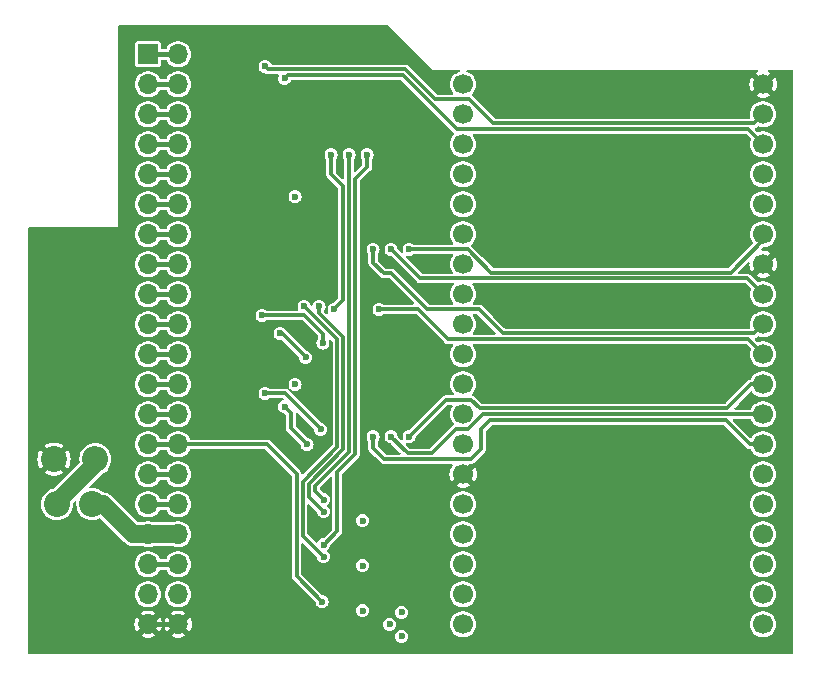
<source format=gbr>
%TF.GenerationSoftware,KiCad,Pcbnew,8.0.4*%
%TF.CreationDate,2024-09-22T15:27:09+02:00*%
%TF.ProjectId,blue_64,626c7565-5f36-4342-9e6b-696361645f70,0.3*%
%TF.SameCoordinates,PX38ecc10PY60e4b00*%
%TF.FileFunction,Copper,L1,Top*%
%TF.FilePolarity,Positive*%
%FSLAX46Y46*%
G04 Gerber Fmt 4.6, Leading zero omitted, Abs format (unit mm)*
G04 Created by KiCad (PCBNEW 8.0.4) date 2024-09-22 15:27:09*
%MOMM*%
%LPD*%
G01*
G04 APERTURE LIST*
%TA.AperFunction,ComponentPad*%
%ADD10C,2.200000*%
%TD*%
%TA.AperFunction,ComponentPad*%
%ADD11O,2.200000X2.200000*%
%TD*%
%TA.AperFunction,ComponentPad*%
%ADD12R,1.700000X1.700000*%
%TD*%
%TA.AperFunction,ComponentPad*%
%ADD13O,1.700000X1.700000*%
%TD*%
%TA.AperFunction,ComponentPad*%
%ADD14C,1.700000*%
%TD*%
%TA.AperFunction,ViaPad*%
%ADD15C,0.600000*%
%TD*%
%TA.AperFunction,Conductor*%
%ADD16C,0.400000*%
%TD*%
%TA.AperFunction,Conductor*%
%ADD17C,1.500000*%
%TD*%
%TA.AperFunction,Conductor*%
%ADD18C,0.300000*%
%TD*%
G04 APERTURE END LIST*
D10*
X5437000Y12700000D03*
D11*
X2437000Y12700000D03*
D12*
X10160000Y50800000D03*
D13*
X12700000Y50800000D03*
X10160000Y48260000D03*
X12700000Y48260000D03*
X10160000Y45720000D03*
X12700000Y45720000D03*
X10160000Y43180000D03*
X12700000Y43180000D03*
X10160000Y40640000D03*
X12700000Y40640000D03*
X10160000Y38100000D03*
X12700000Y38100000D03*
X10160000Y35560000D03*
X12700000Y35560000D03*
X10160000Y33020000D03*
X12700000Y33020000D03*
X10160000Y30480000D03*
X12700000Y30480000D03*
X10160000Y27940000D03*
X12700000Y27940000D03*
X10160000Y25400000D03*
X12700000Y25400000D03*
X10160000Y22860000D03*
X12700000Y22860000D03*
X10160000Y20320000D03*
X12700000Y20320000D03*
X10160000Y17780000D03*
X12700000Y17780000D03*
X10160000Y15240000D03*
X12700000Y15240000D03*
X10160000Y12700000D03*
X12700000Y12700000D03*
X10160000Y10160000D03*
X12700000Y10160000D03*
X10160000Y7620000D03*
X12700000Y7620000D03*
X10160000Y5080000D03*
X12700000Y5080000D03*
X10160000Y2540000D03*
X12700000Y2540000D03*
D11*
X5687000Y16510000D03*
D10*
X2187000Y16510000D03*
D14*
X62230000Y15240000D03*
X62230000Y12700000D03*
X36830000Y48260000D03*
X62230000Y17780000D03*
X62230000Y25400000D03*
X36830000Y2540000D03*
X36830000Y17780000D03*
X36830000Y12700000D03*
X36830000Y20320000D03*
X62230000Y10160000D03*
X62230000Y20320000D03*
X62230000Y22860000D03*
X62230000Y27940000D03*
X62230000Y30480000D03*
X62230000Y35560000D03*
X62230000Y43180000D03*
X62230000Y45720000D03*
X36830000Y27940000D03*
X36830000Y25400000D03*
X36830000Y22860000D03*
X36830000Y33020000D03*
X36830000Y30480000D03*
X36830000Y38100000D03*
X36830000Y35560000D03*
X62230000Y2540000D03*
X36830000Y5080000D03*
X62230000Y5080000D03*
X62230000Y7620000D03*
X36830000Y10160000D03*
X36830000Y7620000D03*
X36830000Y45720000D03*
X36830000Y15240000D03*
X62230000Y48260000D03*
X62230000Y33020000D03*
X62230000Y38100000D03*
X62230000Y40640000D03*
X36830000Y40640000D03*
X36830000Y43180000D03*
D15*
X52197000Y1905000D03*
X46482000Y28448000D03*
X8636000Y22860000D03*
X21463000Y1651000D03*
X16002000Y18669000D03*
X24511000Y11430000D03*
X15494000Y49276000D03*
X41529000Y28321000D03*
X24511000Y3683000D03*
X22225000Y48133000D03*
X48641000Y5842000D03*
X49149000Y14097000D03*
X57404000Y30353000D03*
X53975000Y5969000D03*
X20193000Y6731000D03*
X51054000Y46355000D03*
X34544000Y42926000D03*
X8636000Y20320000D03*
X54864000Y34417000D03*
X30099000Y33655000D03*
X38481000Y27686000D03*
X23876000Y18669000D03*
X19939000Y38735000D03*
X46482000Y17399000D03*
X33909000Y7747000D03*
X41529000Y17653000D03*
X16129000Y28575000D03*
X38989000Y30480000D03*
X60579000Y25400000D03*
X53467000Y28321000D03*
X34290000Y10668000D03*
X38989000Y38100000D03*
X16002000Y46355000D03*
X34798000Y48387000D03*
X56388000Y48260000D03*
X8636000Y50800000D03*
X16256000Y34544000D03*
X47498000Y48133000D03*
X29845000Y30099000D03*
X47371000Y24892000D03*
X51816000Y17653000D03*
X17780000Y18669000D03*
X8636000Y25400000D03*
X34671000Y30480000D03*
X41148000Y41402000D03*
X17780000Y3302000D03*
X33782000Y23495000D03*
X38989000Y43180000D03*
X23368000Y47244000D03*
X17780000Y40767000D03*
X8636000Y7620000D03*
X8636000Y15240000D03*
X17780000Y31115000D03*
X32258000Y12827000D03*
X32766000Y33528000D03*
X17780000Y25273000D03*
X55880000Y13843000D03*
X25019000Y10287000D03*
X42037000Y37465000D03*
X22098000Y35306000D03*
X60960000Y19177000D03*
X25146000Y14097000D03*
X24765000Y33909000D03*
X50800000Y37592000D03*
X8636000Y48260000D03*
X43307000Y46228000D03*
X8636000Y27940000D03*
X18288000Y33020000D03*
X18288000Y48260000D03*
X52324000Y10795000D03*
X43053000Y14097000D03*
X16002000Y40767000D03*
X33020000Y18034000D03*
X27813000Y5461000D03*
X45847000Y1905000D03*
X16129000Y43815000D03*
X57277000Y41275000D03*
X20574000Y22860000D03*
X21463000Y4572000D03*
X28956000Y47371000D03*
X32258000Y41910000D03*
X44069000Y22098000D03*
X18288000Y42672000D03*
X25146000Y45593000D03*
X16002000Y31115000D03*
X27305000Y14859000D03*
X34798000Y40640000D03*
X54102000Y25019000D03*
X24384000Y7620000D03*
X60579000Y35560000D03*
X60579000Y43180000D03*
X15494000Y5080000D03*
X8636000Y45720000D03*
X45593000Y38100000D03*
X39243000Y17780000D03*
X27305000Y13081000D03*
X8636000Y33020000D03*
X41656000Y24765000D03*
X21717000Y27940000D03*
X33782000Y21717000D03*
X18288000Y20574000D03*
X26797000Y1524000D03*
X28448000Y17399000D03*
X50800000Y22098000D03*
X46355000Y10795000D03*
X60579000Y40640000D03*
X18288000Y27178000D03*
X29718000Y41910000D03*
X38989000Y25400000D03*
X32004000Y46101000D03*
X57277000Y22352000D03*
X16002000Y25273000D03*
X46101000Y43053000D03*
X34671000Y19304000D03*
X60579000Y30480000D03*
X38989000Y35560000D03*
X8636000Y40640000D03*
X33655000Y5334000D03*
X15748000Y16510000D03*
X21463000Y12192000D03*
X17145000Y38735000D03*
X24130000Y25908000D03*
X27940000Y41910000D03*
X24638000Y51816000D03*
X39878000Y1778000D03*
X15240000Y51689000D03*
X8636000Y35560000D03*
X8636000Y30480000D03*
X38989000Y22860000D03*
X26416000Y41910000D03*
X32258000Y26162000D03*
X20701000Y50292000D03*
X57023000Y37973000D03*
X59182000Y7112000D03*
X27813000Y51181000D03*
X50292000Y41529000D03*
X28702000Y26162000D03*
X8636000Y43180000D03*
X8636000Y12700000D03*
X15621000Y12700000D03*
X42545000Y5842000D03*
X20320000Y29464000D03*
X38989000Y48260000D03*
X60579000Y27940000D03*
X54737000Y43434000D03*
X21844000Y44704000D03*
X16129000Y22225000D03*
X60960000Y21463000D03*
X50292000Y30226000D03*
X22860000Y16764000D03*
X49149000Y34417000D03*
X8636000Y38100000D03*
X58166000Y17907000D03*
X21590000Y20066000D03*
X24257000Y42164000D03*
X60579000Y45720000D03*
X24003000Y30099000D03*
X43942000Y30353000D03*
X60579000Y11176000D03*
X25019000Y6477000D03*
X17780000Y46355000D03*
X44069000Y34417000D03*
X57785000Y2286000D03*
X30099000Y17780000D03*
X8636000Y17780000D03*
X18669000Y14859000D03*
X27813000Y9271000D03*
X30099000Y52451000D03*
X40894000Y10668000D03*
X21590000Y41021000D03*
X30607000Y2540000D03*
X31623000Y3556000D03*
X22606000Y38735000D03*
X22606000Y22860000D03*
X28321000Y7493000D03*
X31623000Y1524000D03*
X28321000Y11303000D03*
X28321000Y3683000D03*
X21717000Y48768000D03*
X20066000Y49784000D03*
X23495000Y25146000D03*
X21336000Y27178000D03*
X24955500Y26352500D03*
X19812000Y28702000D03*
X24765000Y19050000D03*
X20066000Y22098000D03*
X23622000Y17780000D03*
X21717000Y20955000D03*
X29210000Y34290000D03*
X30734000Y34290000D03*
X32258000Y34290000D03*
X29210000Y18415000D03*
X30734000Y18415000D03*
X32258000Y18415000D03*
X29718000Y29210000D03*
X25019000Y8255000D03*
X23368000Y29464000D03*
X27178000Y42291000D03*
X25019000Y13081000D03*
X25908000Y29210000D03*
X25654000Y42291000D03*
X25019000Y9271000D03*
X28702000Y42291000D03*
X24638000Y29464000D03*
X25019000Y12065000D03*
X24892000Y4445000D03*
D16*
X10160000Y2540000D02*
X12700000Y2540000D01*
D17*
X5687000Y16101000D02*
X2437000Y12851000D01*
X2437000Y12851000D02*
X2437000Y12700000D01*
X5687000Y16510000D02*
X5687000Y16101000D01*
D16*
X10160000Y7620000D02*
X12700000Y7620000D01*
D18*
X21717000Y48768000D02*
X21979000Y49030000D01*
X36322000Y44450000D02*
X60960000Y44450000D01*
X21979000Y49030000D02*
X31742000Y49030000D01*
X60960000Y44450000D02*
X62230000Y43180000D01*
X31742000Y49030000D02*
X36322000Y44450000D01*
X31949106Y49530000D02*
X34489106Y46990000D01*
X61460000Y44950000D02*
X62230000Y45720000D01*
X20320000Y49530000D02*
X31949106Y49530000D01*
X20066000Y49784000D02*
X20320000Y49530000D01*
X34489106Y46990000D02*
X37361028Y46990000D01*
X39401028Y44950000D02*
X61460000Y44950000D01*
X37361028Y46990000D02*
X39401028Y44950000D01*
X21336000Y27178000D02*
X21463000Y27178000D01*
X21463000Y27178000D02*
X23495000Y25146000D01*
X24955500Y27114500D02*
X23368000Y28702000D01*
X24955500Y26352500D02*
X24955500Y27114500D01*
X23368000Y28702000D02*
X19812000Y28702000D01*
X20066000Y22098000D02*
X21717000Y22098000D01*
X22225000Y21590000D02*
X24765000Y19050000D01*
X21717000Y22098000D02*
X22225000Y21590000D01*
X21717000Y20955000D02*
X22240000Y20432000D01*
X22240000Y20432000D02*
X22240000Y19162000D01*
X22240000Y19162000D02*
X23622000Y17780000D01*
X40195500Y27178000D02*
X61468000Y27178000D01*
X29210000Y33147000D02*
X30099000Y32258000D01*
X30734000Y32258000D02*
X33782000Y29210000D01*
X30099000Y32258000D02*
X30734000Y32258000D01*
X29210000Y34290000D02*
X29210000Y33147000D01*
X38163500Y29210000D02*
X40195500Y27178000D01*
X33782000Y29210000D02*
X38163500Y29210000D01*
X61468000Y27178000D02*
X62230000Y27940000D01*
X30734000Y34290000D02*
X33204000Y31820000D01*
X60890000Y31820000D02*
X62230000Y30480000D01*
X33204000Y31820000D02*
X60890000Y31820000D01*
X39227057Y32320000D02*
X59498000Y32320000D01*
X32258000Y34290000D02*
X37257057Y34290000D01*
X37257057Y34290000D02*
X39227057Y32320000D01*
X59498000Y32320000D02*
X62230000Y35052000D01*
X62230000Y35052000D02*
X62230000Y35560000D01*
X59047000Y19820000D02*
X61087000Y17780000D01*
X38354000Y19050000D02*
X39124000Y19820000D01*
X39124000Y19820000D02*
X59047000Y19820000D01*
X29210000Y18415000D02*
X29210000Y17462500D01*
X61087000Y17780000D02*
X62230000Y17780000D01*
X30162500Y16510000D02*
X37465000Y16510000D01*
X38354000Y17399000D02*
X38354000Y19050000D01*
X37465000Y16510000D02*
X38354000Y17399000D01*
X29210000Y17462500D02*
X30162500Y16510000D01*
X34163000Y17018000D02*
X36195000Y19050000D01*
X38527057Y20320000D02*
X62230000Y20320000D01*
X32131000Y17018000D02*
X34163000Y17018000D01*
X36195000Y19050000D02*
X37257057Y19050000D01*
X30734000Y18415000D02*
X32131000Y17018000D01*
X37257057Y19050000D02*
X38527057Y20320000D01*
X38227000Y20828000D02*
X59182000Y20828000D01*
X35363000Y21520000D02*
X37535000Y21520000D01*
X37535000Y21520000D02*
X38227000Y20828000D01*
X59182000Y20828000D02*
X61214000Y22860000D01*
X61214000Y22860000D02*
X62230000Y22860000D01*
X32258000Y18415000D02*
X35363000Y21520000D01*
X33020000Y29210000D02*
X35560000Y26670000D01*
X60960000Y26670000D02*
X62230000Y25400000D01*
X35560000Y26670000D02*
X60960000Y26670000D01*
X29718000Y29210000D02*
X33020000Y29210000D01*
D16*
X10160000Y20320000D02*
X12700000Y20320000D01*
X10160000Y12700000D02*
X12700000Y12700000D01*
D18*
X25019000Y8255000D02*
X23241000Y10033000D01*
X26178000Y26654000D02*
X23368000Y29464000D01*
X23241000Y14622212D02*
X26178000Y17559212D01*
X26178000Y17559212D02*
X26178000Y26654000D01*
D16*
X10160000Y25400000D02*
X12700000Y25400000D01*
D18*
X23241000Y10033000D02*
X23241000Y14622212D01*
D16*
X10160000Y27940000D02*
X12700000Y27940000D01*
X10160000Y30480000D02*
X12700000Y30480000D01*
X10160000Y40640000D02*
X12700000Y40640000D01*
X10160000Y43180000D02*
X12700000Y43180000D01*
X10160000Y45720000D02*
X12700000Y45720000D01*
D18*
X24257000Y13843000D02*
X24257000Y14224000D01*
X24257000Y14224000D02*
X27178000Y17145000D01*
X25019000Y13081000D02*
X24257000Y13843000D01*
D16*
X10160000Y48260000D02*
X12700000Y48260000D01*
D18*
X27178000Y17145000D02*
X27178000Y42291000D01*
D16*
X10160000Y33020000D02*
X12700000Y33020000D01*
X10160000Y35560000D02*
X12700000Y35560000D01*
D18*
X25654000Y42291000D02*
X25654000Y40640000D01*
X26678000Y39616000D02*
X26678000Y29980000D01*
X25654000Y40640000D02*
X26678000Y39616000D01*
X26678000Y29980000D02*
X25908000Y29210000D01*
X28702000Y41275000D02*
X27678000Y40251000D01*
D16*
X10160000Y50800000D02*
X12700000Y50800000D01*
D18*
X26162000Y15421894D02*
X26162000Y10414000D01*
X26162000Y10414000D02*
X25019000Y9271000D01*
X27678000Y16937894D02*
X26162000Y15421894D01*
X28702000Y42291000D02*
X28702000Y41275000D01*
X27678000Y40251000D02*
X27678000Y16937894D01*
D16*
X10160000Y38100000D02*
X12700000Y38100000D01*
X10160000Y15240000D02*
X12700000Y15240000D01*
D18*
X23749000Y13335000D02*
X23749000Y14423106D01*
D16*
X10160000Y22860000D02*
X12700000Y22860000D01*
D18*
X26678000Y26861106D02*
X24638000Y28901106D01*
X26678000Y17352106D02*
X26678000Y26861106D01*
X25019000Y12065000D02*
X23749000Y13335000D01*
X23749000Y14423106D02*
X26678000Y17352106D01*
X24638000Y28901106D02*
X24638000Y29464000D01*
X20193000Y17780000D02*
X12700000Y17780000D01*
X22741000Y6596000D02*
X22741000Y15232000D01*
X22741000Y15232000D02*
X20193000Y17780000D01*
D16*
X12700000Y17780000D02*
X10160000Y17780000D01*
D18*
X24892000Y4445000D02*
X22741000Y6596000D01*
D17*
X6350000Y12700000D02*
X5437000Y12700000D01*
X10160000Y10160000D02*
X12700000Y10160000D01*
X10160000Y10160000D02*
X8890000Y10160000D01*
X8890000Y10160000D02*
X6350000Y12700000D01*
%TA.AperFunction,Conductor*%
G36*
X25707445Y15011309D02*
G01*
X25750710Y14968044D01*
X25761500Y14923099D01*
X25761500Y13169142D01*
X25742593Y13110951D01*
X25703360Y13082447D01*
X25705121Y13082215D01*
X25749503Y13040097D01*
X25761500Y12992859D01*
X25761500Y12153142D01*
X25742593Y12094951D01*
X25703360Y12066447D01*
X25705121Y12066215D01*
X25749503Y12024097D01*
X25761500Y11976859D01*
X25761500Y10620902D01*
X25742593Y10562711D01*
X25732504Y10550898D01*
X25029929Y9848324D01*
X24975412Y9820547D01*
X24972848Y9820175D01*
X24875290Y9807330D01*
X24741378Y9751863D01*
X24741374Y9751861D01*
X24626381Y9663623D01*
X24626377Y9663619D01*
X24538139Y9548626D01*
X24538137Y9548623D01*
X24522677Y9511299D01*
X24482940Y9464775D01*
X24423444Y9450492D01*
X24366917Y9473908D01*
X24361210Y9479183D01*
X23670496Y10169897D01*
X23642719Y10224414D01*
X23641500Y10239901D01*
X23641500Y12637099D01*
X23660407Y12695290D01*
X23709907Y12731254D01*
X23771093Y12731254D01*
X23810504Y12707103D01*
X24441676Y12075931D01*
X24469453Y12021414D01*
X24469825Y12018850D01*
X24482670Y11921291D01*
X24525445Y11818020D01*
X24538139Y11787375D01*
X24626379Y11672379D01*
X24741375Y11584139D01*
X24875291Y11528670D01*
X25019000Y11509750D01*
X25162709Y11528670D01*
X25296625Y11584139D01*
X25411621Y11672379D01*
X25499861Y11787375D01*
X25555330Y11921291D01*
X25564347Y11989782D01*
X25590688Y12045006D01*
X25625291Y12063794D01*
X25582407Y12094951D01*
X25564347Y12140219D01*
X25555330Y12208709D01*
X25499861Y12342625D01*
X25411621Y12457621D01*
X25411616Y12457625D01*
X25411615Y12457626D01*
X25363614Y12494458D01*
X25328958Y12544882D01*
X25330559Y12606047D01*
X25363614Y12651542D01*
X25411621Y12688379D01*
X25499861Y12803375D01*
X25555330Y12937291D01*
X25564347Y13005782D01*
X25590688Y13061006D01*
X25625291Y13079794D01*
X25582407Y13110951D01*
X25564347Y13156219D01*
X25563366Y13163668D01*
X25555330Y13224709D01*
X25499861Y13358625D01*
X25411621Y13473621D01*
X25296625Y13561861D01*
X25296621Y13561863D01*
X25162709Y13617330D01*
X25065148Y13630175D01*
X25009923Y13656517D01*
X25008067Y13658325D01*
X24702896Y13963497D01*
X24675119Y14018013D01*
X24684690Y14078445D01*
X24702893Y14103501D01*
X25592496Y14993103D01*
X25647013Y15020880D01*
X25707445Y15011309D01*
G37*
%TD.AperFunction*%
%TA.AperFunction,Conductor*%
G36*
X35914083Y21100593D02*
G01*
X35950047Y21051093D01*
X35950047Y20989907D01*
X35934897Y20960843D01*
X35930487Y20955001D01*
X35890328Y20901823D01*
X35890323Y20901814D01*
X35800040Y20720500D01*
X35799418Y20719250D01*
X35743603Y20523083D01*
X35724785Y20320000D01*
X35743603Y20116917D01*
X35799418Y19920750D01*
X35890327Y19738179D01*
X36013236Y19575421D01*
X36013238Y19575419D01*
X36013239Y19575418D01*
X36025951Y19563830D01*
X36056217Y19510655D01*
X36049448Y19449846D01*
X36008757Y19404932D01*
X35949089Y19370482D01*
X34026103Y17447496D01*
X33971586Y17419719D01*
X33956099Y17418500D01*
X32337901Y17418500D01*
X32279710Y17437407D01*
X32267897Y17447496D01*
X31992384Y17723009D01*
X31964607Y17777526D01*
X31974178Y17837958D01*
X32017443Y17881223D01*
X32077875Y17890794D01*
X32100263Y17884481D01*
X32114291Y17878670D01*
X32258000Y17859750D01*
X32401709Y17878670D01*
X32535625Y17934139D01*
X32650621Y18022379D01*
X32738861Y18137375D01*
X32794330Y18271291D01*
X32807173Y18368850D01*
X32833514Y18424074D01*
X32835284Y18425893D01*
X35499897Y21090504D01*
X35554414Y21118281D01*
X35569901Y21119500D01*
X35855892Y21119500D01*
X35914083Y21100593D01*
G37*
%TD.AperFunction*%
%TA.AperFunction,Conductor*%
G36*
X38014790Y28790593D02*
G01*
X38026603Y28780504D01*
X39567603Y27239504D01*
X39595380Y27184987D01*
X39585809Y27124555D01*
X39542544Y27081290D01*
X39497599Y27070500D01*
X37751246Y27070500D01*
X37693055Y27089407D01*
X37657091Y27138907D01*
X37657091Y27200093D01*
X37672239Y27229156D01*
X37769673Y27358179D01*
X37860582Y27540750D01*
X37916397Y27736917D01*
X37935215Y27940000D01*
X37916397Y28143083D01*
X37860582Y28339250D01*
X37769673Y28521821D01*
X37672240Y28650843D01*
X37652263Y28708670D01*
X37670092Y28767201D01*
X37718918Y28804073D01*
X37751246Y28809500D01*
X37956599Y28809500D01*
X38014790Y28790593D01*
G37*
%TD.AperFunction*%
%TA.AperFunction,Conductor*%
G36*
X35966945Y33870593D02*
G01*
X36002909Y33821093D01*
X36002909Y33759907D01*
X35987760Y33730845D01*
X35928618Y33652526D01*
X35890328Y33601823D01*
X35890323Y33601814D01*
X35799419Y33419253D01*
X35799418Y33419250D01*
X35743603Y33223083D01*
X35724785Y33020000D01*
X35743603Y32816917D01*
X35799418Y32620750D01*
X35890327Y32438179D01*
X35934896Y32379160D01*
X35954875Y32321329D01*
X35937046Y32262799D01*
X35888219Y32225927D01*
X35855892Y32220500D01*
X33410901Y32220500D01*
X33352710Y32239407D01*
X33340897Y32249496D01*
X31992384Y33598009D01*
X31964607Y33652526D01*
X31974178Y33712958D01*
X32017443Y33756223D01*
X32077875Y33765794D01*
X32100263Y33759481D01*
X32114291Y33753670D01*
X32258000Y33734750D01*
X32401709Y33753670D01*
X32535625Y33809139D01*
X32573934Y33838536D01*
X32613693Y33869042D01*
X32671369Y33889466D01*
X32673960Y33889500D01*
X35908754Y33889500D01*
X35966945Y33870593D01*
G37*
%TD.AperFunction*%
%TA.AperFunction,Conductor*%
G36*
X30486620Y53295593D02*
G01*
X30498433Y53285504D01*
X34279437Y49504500D01*
X34279438Y49504500D01*
X36466385Y49504500D01*
X36524576Y49485593D01*
X36560540Y49436093D01*
X36560540Y49374907D01*
X36524576Y49325407D01*
X36502151Y49313188D01*
X36337363Y49249348D01*
X36187881Y49156793D01*
X36163959Y49141981D01*
X36013237Y49004580D01*
X35890328Y48841823D01*
X35890323Y48841814D01*
X35799419Y48659253D01*
X35799418Y48659250D01*
X35743603Y48463083D01*
X35724785Y48260000D01*
X35743603Y48056917D01*
X35799418Y47860750D01*
X35890327Y47678179D01*
X35987759Y47549158D01*
X36007737Y47491330D01*
X35989908Y47432799D01*
X35941082Y47395927D01*
X35908754Y47390500D01*
X34696007Y47390500D01*
X34637816Y47409407D01*
X34626003Y47419496D01*
X33415999Y48629500D01*
X32195019Y49850480D01*
X32195016Y49850482D01*
X32195015Y49850483D01*
X32195014Y49850484D01*
X32103697Y49903206D01*
X32103699Y49903206D01*
X32064176Y49913796D01*
X32001833Y49930500D01*
X32001831Y49930500D01*
X20667324Y49930500D01*
X20609133Y49949407D01*
X20575860Y49991615D01*
X20546862Y50061622D01*
X20546861Y50061625D01*
X20458621Y50176621D01*
X20343625Y50264861D01*
X20343621Y50264863D01*
X20209709Y50320330D01*
X20209708Y50320331D01*
X20066000Y50339250D01*
X19922291Y50320331D01*
X19922290Y50320330D01*
X19788378Y50264863D01*
X19788374Y50264861D01*
X19673381Y50176623D01*
X19673377Y50176619D01*
X19585139Y50061626D01*
X19585137Y50061622D01*
X19529670Y49927710D01*
X19529669Y49927709D01*
X19510750Y49784001D01*
X19510750Y49784000D01*
X19529669Y49640292D01*
X19529670Y49640291D01*
X19585139Y49506375D01*
X19673379Y49391379D01*
X19788375Y49303139D01*
X19922291Y49247670D01*
X20019849Y49234827D01*
X20067784Y49211963D01*
X20068941Y49213469D01*
X20074091Y49209517D01*
X20165408Y49156795D01*
X20165406Y49156795D01*
X20165410Y49156794D01*
X20165412Y49156793D01*
X20267273Y49129500D01*
X20372727Y49129500D01*
X21122718Y49129500D01*
X21180909Y49110593D01*
X21216873Y49061093D01*
X21216873Y48999907D01*
X21214182Y48992615D01*
X21180670Y48911709D01*
X21180669Y48911709D01*
X21161750Y48768001D01*
X21161750Y48768000D01*
X21180669Y48624292D01*
X21180670Y48624291D01*
X21236139Y48490375D01*
X21324379Y48375379D01*
X21439375Y48287139D01*
X21573291Y48231670D01*
X21717000Y48212750D01*
X21860709Y48231670D01*
X21994625Y48287139D01*
X22109621Y48375379D01*
X22197861Y48490375D01*
X22230174Y48568386D01*
X22269911Y48614911D01*
X22321638Y48629500D01*
X31535099Y48629500D01*
X31593290Y48610593D01*
X31605103Y48600504D01*
X36076087Y44129520D01*
X36076089Y44129519D01*
X36080008Y44125600D01*
X36107785Y44071083D01*
X36098214Y44010651D01*
X36076700Y43982435D01*
X36013239Y43924583D01*
X35890328Y43761823D01*
X35890323Y43761814D01*
X35799419Y43579253D01*
X35799418Y43579250D01*
X35743603Y43383083D01*
X35724785Y43180000D01*
X35743603Y42976917D01*
X35799418Y42780750D01*
X35890327Y42598179D01*
X36013236Y42435421D01*
X36163959Y42298019D01*
X36337363Y42190652D01*
X36527544Y42116976D01*
X36728024Y42079500D01*
X36931976Y42079500D01*
X37132456Y42116976D01*
X37322637Y42190652D01*
X37496041Y42298019D01*
X37646764Y42435421D01*
X37769673Y42598179D01*
X37860582Y42780750D01*
X37916397Y42976917D01*
X37935215Y43180000D01*
X37916397Y43383083D01*
X37860582Y43579250D01*
X37769673Y43761821D01*
X37672240Y43890843D01*
X37652263Y43948670D01*
X37670092Y44007201D01*
X37718918Y44044073D01*
X37751246Y44049500D01*
X60753099Y44049500D01*
X60811290Y44030593D01*
X60823103Y44020504D01*
X61172663Y43670944D01*
X61200440Y43616427D01*
X61197880Y43573848D01*
X61143603Y43383085D01*
X61143603Y43383083D01*
X61124785Y43180000D01*
X61143603Y42976917D01*
X61199418Y42780750D01*
X61290327Y42598179D01*
X61413236Y42435421D01*
X61563959Y42298019D01*
X61737363Y42190652D01*
X61927544Y42116976D01*
X62128024Y42079500D01*
X62331976Y42079500D01*
X62532456Y42116976D01*
X62722637Y42190652D01*
X62896041Y42298019D01*
X63046764Y42435421D01*
X63169673Y42598179D01*
X63260582Y42780750D01*
X63316397Y42976917D01*
X63335215Y43180000D01*
X63316397Y43383083D01*
X63260582Y43579250D01*
X63169673Y43761821D01*
X63046764Y43924579D01*
X62896041Y44061981D01*
X62722637Y44169348D01*
X62532456Y44243024D01*
X62532455Y44243025D01*
X62532453Y44243025D01*
X62331976Y44280500D01*
X62128024Y44280500D01*
X61927552Y44243026D01*
X61927546Y44243025D01*
X61927544Y44243024D01*
X61861296Y44217361D01*
X61847738Y44212108D01*
X61786647Y44208719D01*
X61741973Y44234420D01*
X61566282Y44410111D01*
X61538505Y44464628D01*
X61548076Y44525060D01*
X61591341Y44568325D01*
X61610663Y44575742D01*
X61614588Y44576793D01*
X61705913Y44629520D01*
X61741974Y44665582D01*
X61796487Y44693359D01*
X61847736Y44687894D01*
X61927544Y44656976D01*
X62128024Y44619500D01*
X62331976Y44619500D01*
X62532456Y44656976D01*
X62722637Y44730652D01*
X62896041Y44838019D01*
X63046764Y44975421D01*
X63169673Y45138179D01*
X63260582Y45320750D01*
X63316397Y45516917D01*
X63335215Y45720000D01*
X63316397Y45923083D01*
X63260582Y46119250D01*
X63169673Y46301821D01*
X63046764Y46464579D01*
X62896041Y46601981D01*
X62722637Y46709348D01*
X62532456Y46783024D01*
X62532455Y46783025D01*
X62532453Y46783025D01*
X62331976Y46820500D01*
X62128024Y46820500D01*
X61927546Y46783025D01*
X61857632Y46755941D01*
X61737363Y46709348D01*
X61563959Y46601981D01*
X61413237Y46464580D01*
X61290328Y46301823D01*
X61290323Y46301814D01*
X61224937Y46170500D01*
X61199418Y46119250D01*
X61143603Y45923083D01*
X61124785Y45720000D01*
X61143603Y45516917D01*
X61155076Y45476591D01*
X61152816Y45415449D01*
X61115048Y45367312D01*
X61059856Y45350500D01*
X39607928Y45350500D01*
X39549737Y45369407D01*
X39537924Y45379496D01*
X38615597Y46301823D01*
X37606941Y47310480D01*
X37606938Y47310482D01*
X37606937Y47310483D01*
X37601792Y47314431D01*
X37603406Y47316536D01*
X37569993Y47353632D01*
X37563587Y47414481D01*
X37593729Y47467074D01*
X37646764Y47515421D01*
X37769673Y47678179D01*
X37860582Y47860750D01*
X37916397Y48056917D01*
X37935215Y48260000D01*
X37916397Y48463083D01*
X37860582Y48659250D01*
X37769673Y48841821D01*
X37646764Y49004579D01*
X37496041Y49141981D01*
X37322637Y49249348D01*
X37157850Y49313187D01*
X37110421Y49351837D01*
X37094767Y49410985D01*
X37116870Y49468039D01*
X37168286Y49501205D01*
X37193615Y49504500D01*
X61729358Y49504500D01*
X61787549Y49485593D01*
X61823513Y49436093D01*
X61823513Y49374907D01*
X61787549Y49325407D01*
X61765121Y49313185D01*
X61715204Y49293848D01*
X61715202Y49293847D01*
X61612992Y49230562D01*
X62100591Y48742963D01*
X62037007Y48725925D01*
X61922993Y48660099D01*
X61829901Y48567007D01*
X61764075Y48452993D01*
X61747037Y48389409D01*
X61256835Y48879611D01*
X61248067Y48868000D01*
X61248057Y48867984D01*
X61153064Y48677211D01*
X61094738Y48472217D01*
X61075073Y48260000D01*
X61094738Y48047784D01*
X61153064Y47842790D01*
X61248057Y47652016D01*
X61248058Y47652013D01*
X61256835Y47640392D01*
X61747036Y48130594D01*
X61764075Y48067007D01*
X61829901Y47952993D01*
X61922993Y47859901D01*
X62037007Y47794075D01*
X62100589Y47777038D01*
X61612992Y47289440D01*
X61715199Y47226156D01*
X61715204Y47226153D01*
X61913941Y47149162D01*
X62123437Y47110000D01*
X62336563Y47110000D01*
X62546058Y47149162D01*
X62744797Y47226154D01*
X62744803Y47226157D01*
X62847006Y47289440D01*
X62359408Y47777038D01*
X62422993Y47794075D01*
X62537007Y47859901D01*
X62630099Y47952993D01*
X62695925Y48067007D01*
X62712962Y48130592D01*
X63203163Y47640391D01*
X63211936Y47652006D01*
X63211940Y47652012D01*
X63306935Y47842790D01*
X63365261Y48047784D01*
X63384926Y48260000D01*
X63365261Y48472217D01*
X63306935Y48677211D01*
X63211941Y48867988D01*
X63211938Y48867993D01*
X63203163Y48879611D01*
X62712962Y48389411D01*
X62695925Y48452993D01*
X62630099Y48567007D01*
X62537007Y48660099D01*
X62422993Y48725925D01*
X62359407Y48742964D01*
X62847006Y49230562D01*
X62744800Y49293845D01*
X62744795Y49293848D01*
X62694879Y49313185D01*
X62647448Y49351837D01*
X62631794Y49410986D01*
X62653897Y49468039D01*
X62705314Y49501205D01*
X62730642Y49504500D01*
X64645500Y49504500D01*
X64703691Y49485593D01*
X64739655Y49436093D01*
X64744500Y49405500D01*
X64744500Y124500D01*
X64725593Y66309D01*
X64676093Y30345D01*
X64645500Y25500D01*
X124500Y25500D01*
X66309Y44407D01*
X30345Y93907D01*
X25500Y124500D01*
X25500Y2540000D01*
X9005073Y2540000D01*
X9024738Y2327784D01*
X9083064Y2122790D01*
X9178057Y1932016D01*
X9178058Y1932013D01*
X9186835Y1920392D01*
X9677036Y2410594D01*
X9694075Y2347007D01*
X9759901Y2232993D01*
X9852993Y2139901D01*
X9967007Y2074075D01*
X10030589Y2057038D01*
X9542992Y1569440D01*
X9645199Y1506156D01*
X9645204Y1506153D01*
X9843941Y1429162D01*
X10053437Y1390000D01*
X10266563Y1390000D01*
X10476058Y1429162D01*
X10674797Y1506154D01*
X10674803Y1506157D01*
X10777006Y1569440D01*
X10289408Y2057038D01*
X10352993Y2074075D01*
X10467007Y2139901D01*
X10560099Y2232993D01*
X10625925Y2347007D01*
X10642962Y2410592D01*
X11133163Y1920391D01*
X11141936Y1932006D01*
X11141940Y1932012D01*
X11236935Y2122790D01*
X11295261Y2327784D01*
X11314926Y2540000D01*
X11545073Y2540000D01*
X11564738Y2327784D01*
X11623064Y2122790D01*
X11718057Y1932016D01*
X11718058Y1932013D01*
X11726835Y1920392D01*
X12217036Y2410594D01*
X12234075Y2347007D01*
X12299901Y2232993D01*
X12392993Y2139901D01*
X12507007Y2074075D01*
X12570589Y2057038D01*
X12082992Y1569440D01*
X12185199Y1506156D01*
X12185204Y1506153D01*
X12383941Y1429162D01*
X12593437Y1390000D01*
X12806563Y1390000D01*
X13016058Y1429162D01*
X13214797Y1506154D01*
X13214803Y1506157D01*
X13243621Y1524001D01*
X31067750Y1524001D01*
X31067750Y1524000D01*
X31086669Y1380292D01*
X31086670Y1380291D01*
X31142139Y1246375D01*
X31230379Y1131379D01*
X31345375Y1043139D01*
X31479291Y987670D01*
X31623000Y968750D01*
X31766709Y987670D01*
X31900625Y1043139D01*
X32015621Y1131379D01*
X32103861Y1246375D01*
X32159330Y1380291D01*
X32178250Y1524000D01*
X32159330Y1667709D01*
X32103861Y1801625D01*
X32015621Y1916621D01*
X31900625Y2004861D01*
X31900621Y2004863D01*
X31766709Y2060330D01*
X31766708Y2060331D01*
X31623000Y2079250D01*
X31479291Y2060331D01*
X31479290Y2060330D01*
X31345378Y2004863D01*
X31345374Y2004861D01*
X31230381Y1916623D01*
X31230377Y1916619D01*
X31142139Y1801626D01*
X31142137Y1801622D01*
X31086670Y1667710D01*
X31086669Y1667709D01*
X31067750Y1524001D01*
X13243621Y1524001D01*
X13317006Y1569440D01*
X12829408Y2057038D01*
X12892993Y2074075D01*
X13007007Y2139901D01*
X13100099Y2232993D01*
X13165925Y2347007D01*
X13182962Y2410592D01*
X13673163Y1920391D01*
X13681936Y1932006D01*
X13681940Y1932012D01*
X13776935Y2122790D01*
X13835261Y2327784D01*
X13854926Y2540000D01*
X13854926Y2540001D01*
X30051750Y2540001D01*
X30051750Y2540000D01*
X30070669Y2396292D01*
X30070670Y2396291D01*
X30126139Y2262375D01*
X30214379Y2147379D01*
X30329375Y2059139D01*
X30463291Y2003670D01*
X30607000Y1984750D01*
X30750709Y2003670D01*
X30884625Y2059139D01*
X30999621Y2147379D01*
X31087861Y2262375D01*
X31143330Y2396291D01*
X31162250Y2540000D01*
X35724785Y2540000D01*
X35743603Y2336917D01*
X35799418Y2140750D01*
X35890327Y1958179D01*
X36013236Y1795421D01*
X36163959Y1658019D01*
X36337363Y1550652D01*
X36527544Y1476976D01*
X36728024Y1439500D01*
X36931976Y1439500D01*
X37132456Y1476976D01*
X37322637Y1550652D01*
X37496041Y1658019D01*
X37646764Y1795421D01*
X37769673Y1958179D01*
X37860582Y2140750D01*
X37916397Y2336917D01*
X37935215Y2540000D01*
X61124785Y2540000D01*
X61143603Y2336917D01*
X61199418Y2140750D01*
X61290327Y1958179D01*
X61413236Y1795421D01*
X61563959Y1658019D01*
X61737363Y1550652D01*
X61927544Y1476976D01*
X62128024Y1439500D01*
X62331976Y1439500D01*
X62532456Y1476976D01*
X62722637Y1550652D01*
X62896041Y1658019D01*
X63046764Y1795421D01*
X63169673Y1958179D01*
X63260582Y2140750D01*
X63316397Y2336917D01*
X63335215Y2540000D01*
X63316397Y2743083D01*
X63260582Y2939250D01*
X63169673Y3121821D01*
X63046764Y3284579D01*
X62896041Y3421981D01*
X62722637Y3529348D01*
X62532456Y3603024D01*
X62532455Y3603025D01*
X62532453Y3603025D01*
X62331976Y3640500D01*
X62128024Y3640500D01*
X61927546Y3603025D01*
X61857632Y3575941D01*
X61737363Y3529348D01*
X61707023Y3510562D01*
X61563959Y3421981D01*
X61413237Y3284580D01*
X61290328Y3121823D01*
X61290323Y3121814D01*
X61199419Y2939253D01*
X61199418Y2939250D01*
X61143603Y2743083D01*
X61124785Y2540000D01*
X37935215Y2540000D01*
X37916397Y2743083D01*
X37860582Y2939250D01*
X37769673Y3121821D01*
X37646764Y3284579D01*
X37496041Y3421981D01*
X37322637Y3529348D01*
X37132456Y3603024D01*
X37132455Y3603025D01*
X37132453Y3603025D01*
X36931976Y3640500D01*
X36728024Y3640500D01*
X36527546Y3603025D01*
X36457632Y3575941D01*
X36337363Y3529348D01*
X36307023Y3510562D01*
X36163959Y3421981D01*
X36013237Y3284580D01*
X35890328Y3121823D01*
X35890323Y3121814D01*
X35799419Y2939253D01*
X35799418Y2939250D01*
X35743603Y2743083D01*
X35724785Y2540000D01*
X31162250Y2540000D01*
X31143330Y2683709D01*
X31087861Y2817625D01*
X30999621Y2932621D01*
X30884625Y3020861D01*
X30884621Y3020863D01*
X30750709Y3076330D01*
X30750708Y3076331D01*
X30607000Y3095250D01*
X30463291Y3076331D01*
X30463290Y3076330D01*
X30329378Y3020863D01*
X30329374Y3020861D01*
X30214381Y2932623D01*
X30214377Y2932619D01*
X30126139Y2817626D01*
X30126137Y2817622D01*
X30070670Y2683710D01*
X30070669Y2683709D01*
X30051750Y2540001D01*
X13854926Y2540001D01*
X13835261Y2752217D01*
X13776935Y2957211D01*
X13681941Y3147988D01*
X13681938Y3147993D01*
X13673163Y3159611D01*
X13182962Y2669411D01*
X13165925Y2732993D01*
X13100099Y2847007D01*
X13007007Y2940099D01*
X12892993Y3005925D01*
X12829407Y3022964D01*
X13317006Y3510562D01*
X13214800Y3573845D01*
X13214795Y3573848D01*
X13016058Y3650839D01*
X12844005Y3683001D01*
X27765750Y3683001D01*
X27765750Y3683000D01*
X27784669Y3539292D01*
X27784670Y3539291D01*
X27833260Y3421981D01*
X27840139Y3405375D01*
X27928379Y3290379D01*
X28043375Y3202139D01*
X28177291Y3146670D01*
X28321000Y3127750D01*
X28464709Y3146670D01*
X28598625Y3202139D01*
X28713621Y3290379D01*
X28801861Y3405375D01*
X28857330Y3539291D01*
X28859530Y3556001D01*
X31067750Y3556001D01*
X31067750Y3556000D01*
X31086669Y3412292D01*
X31086670Y3412291D01*
X31137165Y3290382D01*
X31142139Y3278375D01*
X31230379Y3163379D01*
X31345375Y3075139D01*
X31479291Y3019670D01*
X31623000Y3000750D01*
X31766709Y3019670D01*
X31900625Y3075139D01*
X32015621Y3163379D01*
X32103861Y3278375D01*
X32159330Y3412291D01*
X32178250Y3556000D01*
X32159330Y3699709D01*
X32103861Y3833625D01*
X32015621Y3948621D01*
X31900625Y4036861D01*
X31900621Y4036863D01*
X31766709Y4092330D01*
X31766708Y4092331D01*
X31623000Y4111250D01*
X31479291Y4092331D01*
X31479290Y4092330D01*
X31345378Y4036863D01*
X31345374Y4036861D01*
X31230381Y3948623D01*
X31230377Y3948619D01*
X31142139Y3833626D01*
X31142137Y3833622D01*
X31086670Y3699710D01*
X31086669Y3699709D01*
X31067750Y3556001D01*
X28859530Y3556001D01*
X28876250Y3683000D01*
X28875328Y3690000D01*
X28857330Y3826709D01*
X28801861Y3960625D01*
X28713621Y4075621D01*
X28598625Y4163861D01*
X28598621Y4163863D01*
X28464709Y4219330D01*
X28464708Y4219331D01*
X28321000Y4238250D01*
X28177291Y4219331D01*
X28177290Y4219330D01*
X28043378Y4163863D01*
X28043374Y4163861D01*
X27928381Y4075623D01*
X27928377Y4075619D01*
X27840139Y3960626D01*
X27840137Y3960622D01*
X27784670Y3826710D01*
X27784669Y3826709D01*
X27765750Y3683001D01*
X12844005Y3683001D01*
X12806563Y3690000D01*
X12593437Y3690000D01*
X12383941Y3650839D01*
X12185204Y3573848D01*
X12185202Y3573847D01*
X12082992Y3510562D01*
X12570591Y3022963D01*
X12507007Y3005925D01*
X12392993Y2940099D01*
X12299901Y2847007D01*
X12234075Y2732993D01*
X12217037Y2669409D01*
X11726835Y3159611D01*
X11718067Y3148000D01*
X11718057Y3147984D01*
X11623064Y2957211D01*
X11564738Y2752217D01*
X11545073Y2540000D01*
X11314926Y2540000D01*
X11295261Y2752217D01*
X11236935Y2957211D01*
X11141941Y3147988D01*
X11141938Y3147993D01*
X11133163Y3159611D01*
X10642962Y2669411D01*
X10625925Y2732993D01*
X10560099Y2847007D01*
X10467007Y2940099D01*
X10352993Y3005925D01*
X10289407Y3022964D01*
X10777006Y3510562D01*
X10674800Y3573845D01*
X10674795Y3573848D01*
X10476058Y3650839D01*
X10266563Y3690000D01*
X10053437Y3690000D01*
X9843941Y3650839D01*
X9645204Y3573848D01*
X9645202Y3573847D01*
X9542992Y3510562D01*
X10030591Y3022963D01*
X9967007Y3005925D01*
X9852993Y2940099D01*
X9759901Y2847007D01*
X9694075Y2732993D01*
X9677037Y2669409D01*
X9186835Y3159611D01*
X9178067Y3148000D01*
X9178057Y3147984D01*
X9083064Y2957211D01*
X9024738Y2752217D01*
X9005073Y2540000D01*
X25500Y2540000D01*
X25500Y5080000D01*
X9054785Y5080000D01*
X9073603Y4876917D01*
X9129418Y4680750D01*
X9220327Y4498179D01*
X9343236Y4335421D01*
X9493959Y4198019D01*
X9667363Y4090652D01*
X9857544Y4016976D01*
X10058024Y3979500D01*
X10261976Y3979500D01*
X10462456Y4016976D01*
X10652637Y4090652D01*
X10826041Y4198019D01*
X10976764Y4335421D01*
X11099673Y4498179D01*
X11190582Y4680750D01*
X11246397Y4876917D01*
X11265215Y5080000D01*
X11594785Y5080000D01*
X11613603Y4876917D01*
X11669418Y4680750D01*
X11760327Y4498179D01*
X11883236Y4335421D01*
X12033959Y4198019D01*
X12207363Y4090652D01*
X12397544Y4016976D01*
X12598024Y3979500D01*
X12801976Y3979500D01*
X13002456Y4016976D01*
X13192637Y4090652D01*
X13366041Y4198019D01*
X13516764Y4335421D01*
X13639673Y4498179D01*
X13730582Y4680750D01*
X13786397Y4876917D01*
X13805215Y5080000D01*
X13786397Y5283083D01*
X13730582Y5479250D01*
X13639673Y5661821D01*
X13516764Y5824579D01*
X13366041Y5961981D01*
X13192637Y6069348D01*
X13002456Y6143024D01*
X13002455Y6143025D01*
X13002453Y6143025D01*
X12801976Y6180500D01*
X12598024Y6180500D01*
X12397546Y6143025D01*
X12327632Y6115941D01*
X12207363Y6069348D01*
X12033959Y5961981D01*
X11883237Y5824580D01*
X11760328Y5661823D01*
X11760323Y5661814D01*
X11669419Y5479253D01*
X11669418Y5479250D01*
X11613603Y5283083D01*
X11594785Y5080000D01*
X11265215Y5080000D01*
X11246397Y5283083D01*
X11190582Y5479250D01*
X11099673Y5661821D01*
X10976764Y5824579D01*
X10826041Y5961981D01*
X10652637Y6069348D01*
X10462456Y6143024D01*
X10462455Y6143025D01*
X10462453Y6143025D01*
X10261976Y6180500D01*
X10058024Y6180500D01*
X9857546Y6143025D01*
X9787632Y6115941D01*
X9667363Y6069348D01*
X9493959Y5961981D01*
X9343237Y5824580D01*
X9220328Y5661823D01*
X9220323Y5661814D01*
X9129419Y5479253D01*
X9129418Y5479250D01*
X9073603Y5283083D01*
X9054785Y5080000D01*
X25500Y5080000D01*
X25500Y7620000D01*
X9054785Y7620000D01*
X9073603Y7416917D01*
X9129418Y7220750D01*
X9220327Y7038179D01*
X9343236Y6875421D01*
X9493959Y6738019D01*
X9667363Y6630652D01*
X9857544Y6556976D01*
X10058024Y6519500D01*
X10261976Y6519500D01*
X10462456Y6556976D01*
X10652637Y6630652D01*
X10826041Y6738019D01*
X10976764Y6875421D01*
X11099673Y7038179D01*
X11137740Y7114629D01*
X11180603Y7158291D01*
X11226361Y7169500D01*
X11633639Y7169500D01*
X11691830Y7150593D01*
X11722259Y7114629D01*
X11760327Y7038179D01*
X11883236Y6875421D01*
X12033959Y6738019D01*
X12207363Y6630652D01*
X12397544Y6556976D01*
X12598024Y6519500D01*
X12801976Y6519500D01*
X13002456Y6556976D01*
X13192637Y6630652D01*
X13366041Y6738019D01*
X13516764Y6875421D01*
X13639673Y7038179D01*
X13730582Y7220750D01*
X13786397Y7416917D01*
X13805215Y7620000D01*
X13786397Y7823083D01*
X13730582Y8019250D01*
X13639673Y8201821D01*
X13516764Y8364579D01*
X13366041Y8501981D01*
X13192637Y8609348D01*
X13002456Y8683024D01*
X13002455Y8683025D01*
X13002453Y8683025D01*
X12801976Y8720500D01*
X12598024Y8720500D01*
X12397546Y8683025D01*
X12327632Y8655941D01*
X12207363Y8609348D01*
X12083451Y8532625D01*
X12033959Y8501981D01*
X11883237Y8364580D01*
X11760328Y8201823D01*
X11760323Y8201814D01*
X11722260Y8125372D01*
X11679397Y8081709D01*
X11633639Y8070500D01*
X11226361Y8070500D01*
X11168170Y8089407D01*
X11137740Y8125372D01*
X11099676Y8201814D01*
X11099673Y8201821D01*
X10976764Y8364579D01*
X10826041Y8501981D01*
X10652637Y8609348D01*
X10462456Y8683024D01*
X10462455Y8683025D01*
X10462453Y8683025D01*
X10261976Y8720500D01*
X10058024Y8720500D01*
X9857546Y8683025D01*
X9787632Y8655941D01*
X9667363Y8609348D01*
X9543451Y8532625D01*
X9493959Y8501981D01*
X9343237Y8364580D01*
X9220328Y8201823D01*
X9220323Y8201814D01*
X9134437Y8029330D01*
X9129418Y8019250D01*
X9073603Y7823083D01*
X9054785Y7620000D01*
X25500Y7620000D01*
X25500Y12700005D01*
X1081341Y12700005D01*
X1081341Y12699996D01*
X1101935Y12464600D01*
X1101936Y12464593D01*
X1101937Y12464592D01*
X1163097Y12236337D01*
X1262965Y12022170D01*
X1398505Y11828599D01*
X1565599Y11661505D01*
X1759170Y11525965D01*
X1973337Y11426097D01*
X2201592Y11364937D01*
X2201596Y11364937D01*
X2201599Y11364936D01*
X2436996Y11344341D01*
X2437000Y11344341D01*
X2437004Y11344341D01*
X2672400Y11364936D01*
X2672401Y11364937D01*
X2672408Y11364937D01*
X2900663Y11426097D01*
X3114830Y11525965D01*
X3308401Y11661505D01*
X3475495Y11828599D01*
X3611035Y12022170D01*
X3710903Y12236337D01*
X3772063Y12464592D01*
X3774892Y12496918D01*
X3792659Y12699997D01*
X3792659Y12700003D01*
X3789302Y12738370D01*
X3803065Y12797987D01*
X3817917Y12816999D01*
X3925482Y12924564D01*
X3979997Y12952339D01*
X4040429Y12942768D01*
X4083694Y12899503D01*
X4094107Y12845930D01*
X4081341Y12700005D01*
X4081341Y12699996D01*
X4101935Y12464600D01*
X4101936Y12464593D01*
X4101937Y12464592D01*
X4163097Y12236337D01*
X4262965Y12022170D01*
X4398505Y11828599D01*
X4565599Y11661505D01*
X4759170Y11525965D01*
X4973337Y11426097D01*
X5201592Y11364937D01*
X5201596Y11364937D01*
X5201599Y11364936D01*
X5436996Y11344341D01*
X5437000Y11344341D01*
X5437004Y11344341D01*
X5672400Y11364936D01*
X5672401Y11364937D01*
X5672408Y11364937D01*
X5900663Y11426097D01*
X6048105Y11494852D01*
X6108833Y11502308D01*
X6159948Y11475131D01*
X7168352Y10466727D01*
X8112860Y9522219D01*
X8112861Y9522218D01*
X8252218Y9382861D01*
X8374839Y9300928D01*
X8416084Y9273369D01*
X8416085Y9273369D01*
X8416086Y9273368D01*
X8522745Y9229189D01*
X8598164Y9197949D01*
X8791459Y9159500D01*
X8988540Y9159500D01*
X9677643Y9159500D01*
X9713405Y9152815D01*
X9857544Y9096976D01*
X10058024Y9059500D01*
X10261976Y9059500D01*
X10462456Y9096976D01*
X10531889Y9123875D01*
X10606595Y9152815D01*
X10642357Y9159500D01*
X12217643Y9159500D01*
X12253405Y9152815D01*
X12397544Y9096976D01*
X12598024Y9059500D01*
X12801976Y9059500D01*
X13002456Y9096976D01*
X13192637Y9170652D01*
X13366041Y9278019D01*
X13516764Y9415421D01*
X13639673Y9578179D01*
X13730582Y9760750D01*
X13786397Y9956917D01*
X13805215Y10160000D01*
X13786397Y10363083D01*
X13730582Y10559250D01*
X13639673Y10741821D01*
X13516764Y10904579D01*
X13366041Y11041981D01*
X13192637Y11149348D01*
X13002456Y11223024D01*
X13002455Y11223025D01*
X13002453Y11223025D01*
X12801976Y11260500D01*
X12598024Y11260500D01*
X12397544Y11223025D01*
X12253405Y11167185D01*
X12217643Y11160500D01*
X10642357Y11160500D01*
X10606595Y11167185D01*
X10462455Y11223025D01*
X10261976Y11260500D01*
X10058024Y11260500D01*
X9857544Y11223025D01*
X9713405Y11167185D01*
X9677643Y11160500D01*
X9345429Y11160500D01*
X9287238Y11179407D01*
X9275425Y11189496D01*
X7764920Y12700000D01*
X9054785Y12700000D01*
X9073603Y12496917D01*
X9129418Y12300750D01*
X9220327Y12118179D01*
X9343236Y11955421D01*
X9493959Y11818019D01*
X9667363Y11710652D01*
X9857544Y11636976D01*
X10058024Y11599500D01*
X10261976Y11599500D01*
X10462456Y11636976D01*
X10652637Y11710652D01*
X10826041Y11818019D01*
X10976764Y11955421D01*
X11099673Y12118179D01*
X11137740Y12194629D01*
X11180603Y12238291D01*
X11226361Y12249500D01*
X11633639Y12249500D01*
X11691830Y12230593D01*
X11722259Y12194629D01*
X11760327Y12118179D01*
X11883236Y11955421D01*
X12033959Y11818019D01*
X12207363Y11710652D01*
X12397544Y11636976D01*
X12598024Y11599500D01*
X12801976Y11599500D01*
X13002456Y11636976D01*
X13192637Y11710652D01*
X13366041Y11818019D01*
X13516764Y11955421D01*
X13639673Y12118179D01*
X13730582Y12300750D01*
X13786397Y12496917D01*
X13805215Y12700000D01*
X13786397Y12903083D01*
X13730582Y13099250D01*
X13639673Y13281821D01*
X13516764Y13444579D01*
X13366041Y13581981D01*
X13192637Y13689348D01*
X13002456Y13763024D01*
X13002455Y13763025D01*
X13002453Y13763025D01*
X12801976Y13800500D01*
X12598024Y13800500D01*
X12397546Y13763025D01*
X12334237Y13738499D01*
X12207363Y13689348D01*
X12091050Y13617330D01*
X12033959Y13581981D01*
X11883237Y13444580D01*
X11760328Y13281823D01*
X11760323Y13281814D01*
X11722260Y13205372D01*
X11679397Y13161709D01*
X11633639Y13150500D01*
X11226361Y13150500D01*
X11168170Y13169407D01*
X11137740Y13205372D01*
X11099676Y13281814D01*
X11099673Y13281821D01*
X10976764Y13444579D01*
X10826041Y13581981D01*
X10652637Y13689348D01*
X10462456Y13763024D01*
X10462455Y13763025D01*
X10462453Y13763025D01*
X10261976Y13800500D01*
X10058024Y13800500D01*
X9857546Y13763025D01*
X9794237Y13738499D01*
X9667363Y13689348D01*
X9551050Y13617330D01*
X9493959Y13581981D01*
X9343237Y13444580D01*
X9220328Y13281823D01*
X9220323Y13281814D01*
X9160481Y13161634D01*
X9129418Y13099250D01*
X9073603Y12903083D01*
X9054785Y12700000D01*
X7764920Y12700000D01*
X7127140Y13337780D01*
X7127140Y13337781D01*
X6987790Y13477132D01*
X6987785Y13477136D01*
X6987782Y13477139D01*
X6941099Y13508332D01*
X6823921Y13586629D01*
X6823912Y13586633D01*
X6749803Y13617330D01*
X6695165Y13639962D01*
X6695164Y13639963D01*
X6641837Y13662051D01*
X6593512Y13671664D01*
X6545188Y13681276D01*
X6545187Y13681277D01*
X6448543Y13700500D01*
X6448541Y13700500D01*
X6387403Y13700500D01*
X6329212Y13719407D01*
X6317405Y13729491D01*
X6308401Y13738495D01*
X6308397Y13738498D01*
X6308396Y13738499D01*
X6201007Y13813693D01*
X6114830Y13874035D01*
X5900663Y13973903D01*
X5672408Y14035063D01*
X5672407Y14035064D01*
X5672400Y14035065D01*
X5437004Y14055659D01*
X5436996Y14055659D01*
X5291070Y14042893D01*
X5231453Y14056657D01*
X5191312Y14102834D01*
X5185979Y14163787D01*
X5212436Y14211518D01*
X6240918Y15240000D01*
X9054785Y15240000D01*
X9073603Y15036917D01*
X9129418Y14840750D01*
X9220327Y14658179D01*
X9343236Y14495421D01*
X9493959Y14358019D01*
X9667363Y14250652D01*
X9857544Y14176976D01*
X10058024Y14139500D01*
X10261976Y14139500D01*
X10462456Y14176976D01*
X10652637Y14250652D01*
X10826041Y14358019D01*
X10976764Y14495421D01*
X11099673Y14658179D01*
X11137740Y14734629D01*
X11180603Y14778291D01*
X11226361Y14789500D01*
X11633639Y14789500D01*
X11691830Y14770593D01*
X11722259Y14734629D01*
X11760327Y14658179D01*
X11883236Y14495421D01*
X12033959Y14358019D01*
X12207363Y14250652D01*
X12397544Y14176976D01*
X12598024Y14139500D01*
X12801976Y14139500D01*
X13002456Y14176976D01*
X13192637Y14250652D01*
X13366041Y14358019D01*
X13516764Y14495421D01*
X13639673Y14658179D01*
X13730582Y14840750D01*
X13786397Y15036917D01*
X13805215Y15240000D01*
X13786397Y15443083D01*
X13730582Y15639250D01*
X13639673Y15821821D01*
X13516764Y15984579D01*
X13366041Y16121981D01*
X13192637Y16229348D01*
X13002456Y16303024D01*
X13002455Y16303025D01*
X13002453Y16303025D01*
X12801976Y16340500D01*
X12598024Y16340500D01*
X12397546Y16303025D01*
X12334963Y16278780D01*
X12207363Y16229348D01*
X12057881Y16136793D01*
X12033959Y16121981D01*
X11883237Y15984580D01*
X11760328Y15821823D01*
X11760323Y15821814D01*
X11722260Y15745372D01*
X11679397Y15701709D01*
X11633639Y15690500D01*
X11226361Y15690500D01*
X11168170Y15709407D01*
X11137740Y15745372D01*
X11099676Y15821814D01*
X11099673Y15821821D01*
X10976764Y15984579D01*
X10826041Y16121981D01*
X10652637Y16229348D01*
X10462456Y16303024D01*
X10462455Y16303025D01*
X10462453Y16303025D01*
X10261976Y16340500D01*
X10058024Y16340500D01*
X9857546Y16303025D01*
X9794963Y16278780D01*
X9667363Y16229348D01*
X9517881Y16136793D01*
X9493959Y16121981D01*
X9343237Y15984580D01*
X9220328Y15821823D01*
X9220323Y15821814D01*
X9129419Y15639253D01*
X9129418Y15639250D01*
X9073603Y15443083D01*
X9054785Y15240000D01*
X6240918Y15240000D01*
X6300128Y15299210D01*
X6328286Y15318925D01*
X6364830Y15335965D01*
X6558401Y15471505D01*
X6725495Y15638599D01*
X6861035Y15832170D01*
X6960903Y16046337D01*
X7022063Y16274592D01*
X7022064Y16274600D01*
X7042659Y16509996D01*
X7042659Y16510005D01*
X7022064Y16745401D01*
X7022063Y16745404D01*
X7022063Y16745408D01*
X6960903Y16973663D01*
X6958458Y16978907D01*
X6861040Y17187819D01*
X6861036Y17187827D01*
X6853788Y17198178D01*
X6725495Y17381401D01*
X6558401Y17548495D01*
X6558397Y17548498D01*
X6558396Y17548499D01*
X6407847Y17653914D01*
X6364830Y17684035D01*
X6159033Y17780000D01*
X9054785Y17780000D01*
X9073603Y17576917D01*
X9129418Y17380750D01*
X9220327Y17198179D01*
X9343236Y17035421D01*
X9493959Y16898019D01*
X9667363Y16790652D01*
X9857544Y16716976D01*
X10058024Y16679500D01*
X10261976Y16679500D01*
X10462456Y16716976D01*
X10652637Y16790652D01*
X10826041Y16898019D01*
X10976764Y17035421D01*
X11099673Y17198179D01*
X11137740Y17274629D01*
X11180603Y17318291D01*
X11226361Y17329500D01*
X11633639Y17329500D01*
X11691830Y17310593D01*
X11722259Y17274629D01*
X11760327Y17198179D01*
X11883236Y17035421D01*
X12033959Y16898019D01*
X12207363Y16790652D01*
X12397544Y16716976D01*
X12598024Y16679500D01*
X12801976Y16679500D01*
X13002456Y16716976D01*
X13192637Y16790652D01*
X13366041Y16898019D01*
X13516764Y17035421D01*
X13639673Y17198179D01*
X13702637Y17324629D01*
X13745500Y17368291D01*
X13791258Y17379500D01*
X19986099Y17379500D01*
X20044290Y17360593D01*
X20056103Y17350504D01*
X22311504Y15095103D01*
X22339281Y15040586D01*
X22340500Y15025099D01*
X22340500Y6648727D01*
X22340500Y6543273D01*
X22346870Y6519500D01*
X22367794Y6441408D01*
X22420516Y6350092D01*
X22420517Y6350091D01*
X22420518Y6350090D01*
X22420520Y6350087D01*
X23487524Y5283083D01*
X24314676Y4455931D01*
X24342453Y4401414D01*
X24342825Y4398850D01*
X24355670Y4301291D01*
X24398445Y4198020D01*
X24411139Y4167375D01*
X24499379Y4052379D01*
X24614375Y3964139D01*
X24748291Y3908670D01*
X24892000Y3889750D01*
X25035709Y3908670D01*
X25169625Y3964139D01*
X25284621Y4052379D01*
X25372861Y4167375D01*
X25428330Y4301291D01*
X25447250Y4445000D01*
X25428330Y4588709D01*
X25372861Y4722625D01*
X25284621Y4837621D01*
X25169625Y4925861D01*
X25169621Y4925863D01*
X25035709Y4981330D01*
X24938150Y4994175D01*
X24882925Y5020517D01*
X24881069Y5022324D01*
X24823393Y5080000D01*
X35724785Y5080000D01*
X35743603Y4876917D01*
X35799418Y4680750D01*
X35890327Y4498179D01*
X36013236Y4335421D01*
X36163959Y4198019D01*
X36337363Y4090652D01*
X36527544Y4016976D01*
X36728024Y3979500D01*
X36931976Y3979500D01*
X37132456Y4016976D01*
X37322637Y4090652D01*
X37496041Y4198019D01*
X37646764Y4335421D01*
X37769673Y4498179D01*
X37860582Y4680750D01*
X37916397Y4876917D01*
X37935215Y5080000D01*
X61124785Y5080000D01*
X61143603Y4876917D01*
X61199418Y4680750D01*
X61290327Y4498179D01*
X61413236Y4335421D01*
X61563959Y4198019D01*
X61737363Y4090652D01*
X61927544Y4016976D01*
X62128024Y3979500D01*
X62331976Y3979500D01*
X62532456Y4016976D01*
X62722637Y4090652D01*
X62896041Y4198019D01*
X63046764Y4335421D01*
X63169673Y4498179D01*
X63260582Y4680750D01*
X63316397Y4876917D01*
X63335215Y5080000D01*
X63316397Y5283083D01*
X63260582Y5479250D01*
X63169673Y5661821D01*
X63046764Y5824579D01*
X62896041Y5961981D01*
X62722637Y6069348D01*
X62532456Y6143024D01*
X62532455Y6143025D01*
X62532453Y6143025D01*
X62331976Y6180500D01*
X62128024Y6180500D01*
X61927546Y6143025D01*
X61857632Y6115941D01*
X61737363Y6069348D01*
X61563959Y5961981D01*
X61413237Y5824580D01*
X61290328Y5661823D01*
X61290323Y5661814D01*
X61199419Y5479253D01*
X61199418Y5479250D01*
X61143603Y5283083D01*
X61124785Y5080000D01*
X37935215Y5080000D01*
X37916397Y5283083D01*
X37860582Y5479250D01*
X37769673Y5661821D01*
X37646764Y5824579D01*
X37496041Y5961981D01*
X37322637Y6069348D01*
X37132456Y6143024D01*
X37132455Y6143025D01*
X37132453Y6143025D01*
X36931976Y6180500D01*
X36728024Y6180500D01*
X36527546Y6143025D01*
X36457632Y6115941D01*
X36337363Y6069348D01*
X36163959Y5961981D01*
X36013237Y5824580D01*
X35890328Y5661823D01*
X35890323Y5661814D01*
X35799419Y5479253D01*
X35799418Y5479250D01*
X35743603Y5283083D01*
X35724785Y5080000D01*
X24823393Y5080000D01*
X23170496Y6732897D01*
X23142719Y6787414D01*
X23141500Y6802901D01*
X23141500Y7493001D01*
X27765750Y7493001D01*
X27765750Y7493000D01*
X27784669Y7349292D01*
X27784670Y7349291D01*
X27837912Y7220750D01*
X27840139Y7215375D01*
X27928379Y7100379D01*
X28043375Y7012139D01*
X28177291Y6956670D01*
X28321000Y6937750D01*
X28464709Y6956670D01*
X28598625Y7012139D01*
X28713621Y7100379D01*
X28801861Y7215375D01*
X28857330Y7349291D01*
X28876250Y7493000D01*
X28859530Y7620000D01*
X35724785Y7620000D01*
X35743603Y7416917D01*
X35799418Y7220750D01*
X35890327Y7038179D01*
X36013236Y6875421D01*
X36163959Y6738019D01*
X36337363Y6630652D01*
X36527544Y6556976D01*
X36728024Y6519500D01*
X36931976Y6519500D01*
X37132456Y6556976D01*
X37322637Y6630652D01*
X37496041Y6738019D01*
X37646764Y6875421D01*
X37769673Y7038179D01*
X37860582Y7220750D01*
X37916397Y7416917D01*
X37935215Y7620000D01*
X61124785Y7620000D01*
X61143603Y7416917D01*
X61199418Y7220750D01*
X61290327Y7038179D01*
X61413236Y6875421D01*
X61563959Y6738019D01*
X61737363Y6630652D01*
X61927544Y6556976D01*
X62128024Y6519500D01*
X62331976Y6519500D01*
X62532456Y6556976D01*
X62722637Y6630652D01*
X62896041Y6738019D01*
X63046764Y6875421D01*
X63169673Y7038179D01*
X63260582Y7220750D01*
X63316397Y7416917D01*
X63335215Y7620000D01*
X63316397Y7823083D01*
X63260582Y8019250D01*
X63169673Y8201821D01*
X63046764Y8364579D01*
X62896041Y8501981D01*
X62722637Y8609348D01*
X62532456Y8683024D01*
X62532455Y8683025D01*
X62532453Y8683025D01*
X62331976Y8720500D01*
X62128024Y8720500D01*
X61927546Y8683025D01*
X61857632Y8655941D01*
X61737363Y8609348D01*
X61613451Y8532625D01*
X61563959Y8501981D01*
X61413237Y8364580D01*
X61290328Y8201823D01*
X61290323Y8201814D01*
X61204437Y8029330D01*
X61199418Y8019250D01*
X61143603Y7823083D01*
X61124785Y7620000D01*
X37935215Y7620000D01*
X37916397Y7823083D01*
X37860582Y8019250D01*
X37769673Y8201821D01*
X37646764Y8364579D01*
X37496041Y8501981D01*
X37322637Y8609348D01*
X37132456Y8683024D01*
X37132455Y8683025D01*
X37132453Y8683025D01*
X36931976Y8720500D01*
X36728024Y8720500D01*
X36527546Y8683025D01*
X36457632Y8655941D01*
X36337363Y8609348D01*
X36213451Y8532625D01*
X36163959Y8501981D01*
X36013237Y8364580D01*
X35890328Y8201823D01*
X35890323Y8201814D01*
X35804437Y8029330D01*
X35799418Y8019250D01*
X35743603Y7823083D01*
X35724785Y7620000D01*
X28859530Y7620000D01*
X28857330Y7636709D01*
X28801861Y7770625D01*
X28713621Y7885621D01*
X28598625Y7973861D01*
X28598621Y7973863D01*
X28464709Y8029330D01*
X28464708Y8029331D01*
X28321000Y8048250D01*
X28177291Y8029331D01*
X28177290Y8029330D01*
X28043378Y7973863D01*
X28043374Y7973861D01*
X27928381Y7885623D01*
X27928377Y7885619D01*
X27840139Y7770626D01*
X27840137Y7770622D01*
X27784670Y7636710D01*
X27784669Y7636709D01*
X27765750Y7493001D01*
X23141500Y7493001D01*
X23141500Y9327100D01*
X23160407Y9385291D01*
X23209907Y9421255D01*
X23271093Y9421255D01*
X23310504Y9397104D01*
X24441676Y8265932D01*
X24469453Y8211415D01*
X24469825Y8208851D01*
X24482670Y8111291D01*
X24491734Y8089407D01*
X24538139Y7977375D01*
X24626379Y7862379D01*
X24741375Y7774139D01*
X24875291Y7718670D01*
X25019000Y7699750D01*
X25162709Y7718670D01*
X25296625Y7774139D01*
X25411621Y7862379D01*
X25499861Y7977375D01*
X25555330Y8111291D01*
X25574250Y8255000D01*
X25555330Y8398709D01*
X25499861Y8532625D01*
X25411621Y8647621D01*
X25411616Y8647625D01*
X25411615Y8647626D01*
X25363614Y8684458D01*
X25328958Y8734882D01*
X25330559Y8796047D01*
X25363614Y8841542D01*
X25411621Y8878379D01*
X25499861Y8993375D01*
X25555330Y9127291D01*
X25568173Y9224850D01*
X25594514Y9280074D01*
X25596284Y9281893D01*
X26474393Y10160000D01*
X35724785Y10160000D01*
X35743603Y9956917D01*
X35799418Y9760750D01*
X35890327Y9578179D01*
X36013236Y9415421D01*
X36163959Y9278019D01*
X36337363Y9170652D01*
X36527544Y9096976D01*
X36728024Y9059500D01*
X36931976Y9059500D01*
X37132456Y9096976D01*
X37322637Y9170652D01*
X37496041Y9278019D01*
X37646764Y9415421D01*
X37769673Y9578179D01*
X37860582Y9760750D01*
X37916397Y9956917D01*
X37935215Y10160000D01*
X61124785Y10160000D01*
X61143603Y9956917D01*
X61199418Y9760750D01*
X61290327Y9578179D01*
X61413236Y9415421D01*
X61563959Y9278019D01*
X61737363Y9170652D01*
X61927544Y9096976D01*
X62128024Y9059500D01*
X62331976Y9059500D01*
X62532456Y9096976D01*
X62722637Y9170652D01*
X62896041Y9278019D01*
X63046764Y9415421D01*
X63169673Y9578179D01*
X63260582Y9760750D01*
X63316397Y9956917D01*
X63335215Y10160000D01*
X63316397Y10363083D01*
X63260582Y10559250D01*
X63169673Y10741821D01*
X63046764Y10904579D01*
X62896041Y11041981D01*
X62722637Y11149348D01*
X62532456Y11223024D01*
X62532455Y11223025D01*
X62532453Y11223025D01*
X62331976Y11260500D01*
X62128024Y11260500D01*
X61927546Y11223025D01*
X61857632Y11195941D01*
X61737363Y11149348D01*
X61563959Y11041981D01*
X61413237Y10904580D01*
X61290328Y10741823D01*
X61290323Y10741814D01*
X61201141Y10562711D01*
X61199418Y10559250D01*
X61143603Y10363083D01*
X61124785Y10160000D01*
X37935215Y10160000D01*
X37916397Y10363083D01*
X37860582Y10559250D01*
X37769673Y10741821D01*
X37646764Y10904579D01*
X37496041Y11041981D01*
X37322637Y11149348D01*
X37132456Y11223024D01*
X37132455Y11223025D01*
X37132453Y11223025D01*
X36931976Y11260500D01*
X36728024Y11260500D01*
X36527546Y11223025D01*
X36457632Y11195941D01*
X36337363Y11149348D01*
X36163959Y11041981D01*
X36013237Y10904580D01*
X35890328Y10741823D01*
X35890323Y10741814D01*
X35801141Y10562711D01*
X35799418Y10559250D01*
X35743603Y10363083D01*
X35724785Y10160000D01*
X26474393Y10160000D01*
X26482480Y10168087D01*
X26535207Y10259412D01*
X26562500Y10361273D01*
X26562500Y10466727D01*
X26562500Y11303001D01*
X27765750Y11303001D01*
X27765750Y11303000D01*
X27784669Y11159292D01*
X27784670Y11159291D01*
X27833260Y11041981D01*
X27840139Y11025375D01*
X27928379Y10910379D01*
X28043375Y10822139D01*
X28177291Y10766670D01*
X28321000Y10747750D01*
X28464709Y10766670D01*
X28598625Y10822139D01*
X28713621Y10910379D01*
X28801861Y11025375D01*
X28857330Y11159291D01*
X28876250Y11303000D01*
X28857330Y11446709D01*
X28801861Y11580625D01*
X28713621Y11695621D01*
X28598625Y11783861D01*
X28598621Y11783863D01*
X28464709Y11839330D01*
X28464708Y11839331D01*
X28321000Y11858250D01*
X28177291Y11839331D01*
X28177290Y11839330D01*
X28043378Y11783863D01*
X28043374Y11783861D01*
X27928381Y11695623D01*
X27928377Y11695619D01*
X27840139Y11580626D01*
X27840137Y11580622D01*
X27784670Y11446710D01*
X27784669Y11446709D01*
X27765750Y11303001D01*
X26562500Y11303001D01*
X26562500Y12700000D01*
X35724785Y12700000D01*
X35743603Y12496917D01*
X35799418Y12300750D01*
X35890327Y12118179D01*
X36013236Y11955421D01*
X36163959Y11818019D01*
X36337363Y11710652D01*
X36527544Y11636976D01*
X36728024Y11599500D01*
X36931976Y11599500D01*
X37132456Y11636976D01*
X37322637Y11710652D01*
X37496041Y11818019D01*
X37646764Y11955421D01*
X37769673Y12118179D01*
X37860582Y12300750D01*
X37916397Y12496917D01*
X37935215Y12700000D01*
X61124785Y12700000D01*
X61143603Y12496917D01*
X61199418Y12300750D01*
X61290327Y12118179D01*
X61413236Y11955421D01*
X61563959Y11818019D01*
X61737363Y11710652D01*
X61927544Y11636976D01*
X62128024Y11599500D01*
X62331976Y11599500D01*
X62532456Y11636976D01*
X62722637Y11710652D01*
X62896041Y11818019D01*
X63046764Y11955421D01*
X63169673Y12118179D01*
X63260582Y12300750D01*
X63316397Y12496917D01*
X63335215Y12700000D01*
X63316397Y12903083D01*
X63260582Y13099250D01*
X63169673Y13281821D01*
X63046764Y13444579D01*
X62896041Y13581981D01*
X62722637Y13689348D01*
X62532456Y13763024D01*
X62532455Y13763025D01*
X62532453Y13763025D01*
X62331976Y13800500D01*
X62128024Y13800500D01*
X61927546Y13763025D01*
X61864237Y13738499D01*
X61737363Y13689348D01*
X61621050Y13617330D01*
X61563959Y13581981D01*
X61413237Y13444580D01*
X61290328Y13281823D01*
X61290323Y13281814D01*
X61230481Y13161634D01*
X61199418Y13099250D01*
X61143603Y12903083D01*
X61124785Y12700000D01*
X37935215Y12700000D01*
X37916397Y12903083D01*
X37860582Y13099250D01*
X37769673Y13281821D01*
X37646764Y13444579D01*
X37496041Y13581981D01*
X37322637Y13689348D01*
X37132456Y13763024D01*
X37132455Y13763025D01*
X37132453Y13763025D01*
X36931976Y13800500D01*
X36728024Y13800500D01*
X36527546Y13763025D01*
X36464237Y13738499D01*
X36337363Y13689348D01*
X36221050Y13617330D01*
X36163959Y13581981D01*
X36013237Y13444580D01*
X35890328Y13281823D01*
X35890323Y13281814D01*
X35830481Y13161634D01*
X35799418Y13099250D01*
X35743603Y12903083D01*
X35724785Y12700000D01*
X26562500Y12700000D01*
X26562500Y15214995D01*
X26581407Y15273186D01*
X26591490Y15284993D01*
X27923910Y16617413D01*
X27923913Y16617414D01*
X27998480Y16691981D01*
X28029326Y16745408D01*
X28035391Y16755912D01*
X28039956Y16763820D01*
X28051207Y16783306D01*
X28078501Y16885167D01*
X28078501Y16990621D01*
X28078501Y16996683D01*
X28078500Y16996701D01*
X28078500Y18415001D01*
X28654750Y18415001D01*
X28654750Y18415000D01*
X28673669Y18271292D01*
X28673670Y18271291D01*
X28729137Y18137379D01*
X28729142Y18137370D01*
X28789041Y18059310D01*
X28809466Y18001635D01*
X28809500Y17999042D01*
X28809500Y17515227D01*
X28809500Y17409773D01*
X28831009Y17329500D01*
X28836794Y17307908D01*
X28889516Y17216592D01*
X28889517Y17216591D01*
X28889518Y17216590D01*
X28889520Y17216587D01*
X29383815Y16722292D01*
X29842019Y16264088D01*
X29842020Y16264087D01*
X29842019Y16264087D01*
X29905441Y16200666D01*
X29916587Y16189520D01*
X30007913Y16136793D01*
X30109773Y16109500D01*
X30109775Y16109500D01*
X35846725Y16109500D01*
X35904916Y16090593D01*
X35940880Y16041093D01*
X35940880Y15979907D01*
X35925729Y15950839D01*
X35848062Y15847993D01*
X35848057Y15847984D01*
X35753064Y15657211D01*
X35694738Y15452217D01*
X35675073Y15240000D01*
X35694738Y15027784D01*
X35753064Y14822790D01*
X35848057Y14632016D01*
X35848058Y14632013D01*
X35856835Y14620392D01*
X36347037Y15110593D01*
X36364075Y15047007D01*
X36429901Y14932993D01*
X36522993Y14839901D01*
X36637007Y14774075D01*
X36700589Y14757038D01*
X36212992Y14269440D01*
X36315199Y14206156D01*
X36315204Y14206153D01*
X36513941Y14129162D01*
X36723437Y14090000D01*
X36936563Y14090000D01*
X37146058Y14129162D01*
X37344797Y14206154D01*
X37344803Y14206157D01*
X37447006Y14269440D01*
X36959408Y14757038D01*
X37022993Y14774075D01*
X37137007Y14839901D01*
X37230099Y14932993D01*
X37295925Y15047007D01*
X37312962Y15110592D01*
X37803163Y14620391D01*
X37811936Y14632006D01*
X37811940Y14632012D01*
X37906935Y14822790D01*
X37965261Y15027784D01*
X37984926Y15240000D01*
X61124785Y15240000D01*
X61143603Y15036917D01*
X61199418Y14840750D01*
X61290327Y14658179D01*
X61413236Y14495421D01*
X61563959Y14358019D01*
X61737363Y14250652D01*
X61927544Y14176976D01*
X62128024Y14139500D01*
X62331976Y14139500D01*
X62532456Y14176976D01*
X62722637Y14250652D01*
X62896041Y14358019D01*
X63046764Y14495421D01*
X63169673Y14658179D01*
X63260582Y14840750D01*
X63316397Y15036917D01*
X63335215Y15240000D01*
X63316397Y15443083D01*
X63260582Y15639250D01*
X63169673Y15821821D01*
X63046764Y15984579D01*
X62896041Y16121981D01*
X62722637Y16229348D01*
X62532456Y16303024D01*
X62532455Y16303025D01*
X62532453Y16303025D01*
X62331976Y16340500D01*
X62128024Y16340500D01*
X61927546Y16303025D01*
X61864963Y16278780D01*
X61737363Y16229348D01*
X61587881Y16136793D01*
X61563959Y16121981D01*
X61413237Y15984580D01*
X61290328Y15821823D01*
X61290323Y15821814D01*
X61199419Y15639253D01*
X61199418Y15639250D01*
X61143603Y15443083D01*
X61124785Y15240000D01*
X37984926Y15240000D01*
X37965261Y15452217D01*
X37906935Y15657211D01*
X37811941Y15847988D01*
X37811938Y15847993D01*
X37803163Y15859611D01*
X37312962Y15369411D01*
X37295925Y15432993D01*
X37230099Y15547007D01*
X37137007Y15640099D01*
X37022993Y15705925D01*
X36959409Y15722963D01*
X37316951Y16080504D01*
X37371468Y16108281D01*
X37386955Y16109500D01*
X37517725Y16109500D01*
X37517727Y16109500D01*
X37619588Y16136793D01*
X37619590Y16136795D01*
X37619592Y16136795D01*
X37710908Y16189517D01*
X37710908Y16189518D01*
X37710913Y16189520D01*
X38674480Y17153087D01*
X38694533Y17187819D01*
X38727205Y17244408D01*
X38727205Y17244410D01*
X38727207Y17244412D01*
X38754500Y17346273D01*
X38754500Y17451727D01*
X38754500Y18843099D01*
X38773407Y18901290D01*
X38783496Y18913103D01*
X39260897Y19390504D01*
X39315414Y19418281D01*
X39330901Y19419500D01*
X58840099Y19419500D01*
X58898290Y19400593D01*
X58910103Y19390504D01*
X60766518Y17534090D01*
X60766520Y17534087D01*
X60841087Y17459520D01*
X60841089Y17459519D01*
X60932409Y17406795D01*
X60932413Y17406793D01*
X61034270Y17379500D01*
X61034272Y17379499D01*
X61138742Y17379499D01*
X61196933Y17360592D01*
X61227363Y17324627D01*
X61235825Y17307634D01*
X61290327Y17198179D01*
X61413236Y17035421D01*
X61563959Y16898019D01*
X61737363Y16790652D01*
X61927544Y16716976D01*
X62128024Y16679500D01*
X62331976Y16679500D01*
X62532456Y16716976D01*
X62722637Y16790652D01*
X62896041Y16898019D01*
X63046764Y17035421D01*
X63169673Y17198179D01*
X63260582Y17380750D01*
X63316397Y17576917D01*
X63335215Y17780000D01*
X63316397Y17983083D01*
X63260582Y18179250D01*
X63169673Y18361821D01*
X63046764Y18524579D01*
X62896041Y18661981D01*
X62722637Y18769348D01*
X62532456Y18843024D01*
X62532455Y18843025D01*
X62532453Y18843025D01*
X62331976Y18880500D01*
X62128024Y18880500D01*
X61927546Y18843025D01*
X61857632Y18815941D01*
X61737363Y18769348D01*
X61613451Y18692625D01*
X61563959Y18661981D01*
X61413237Y18524580D01*
X61290328Y18361823D01*
X61290323Y18361814D01*
X61278940Y18338953D01*
X61236077Y18295290D01*
X61175736Y18285161D01*
X61120965Y18312434D01*
X61120315Y18313077D01*
X59682897Y19750496D01*
X59655120Y19805013D01*
X59664691Y19865445D01*
X59707956Y19908710D01*
X59752901Y19919500D01*
X61138742Y19919500D01*
X61196933Y19900593D01*
X61227362Y19864629D01*
X61290327Y19738179D01*
X61413236Y19575421D01*
X61563959Y19438019D01*
X61737363Y19330652D01*
X61927544Y19256976D01*
X62128024Y19219500D01*
X62331976Y19219500D01*
X62532456Y19256976D01*
X62722637Y19330652D01*
X62896041Y19438019D01*
X63046764Y19575421D01*
X63169673Y19738179D01*
X63260582Y19920750D01*
X63316397Y20116917D01*
X63335215Y20320000D01*
X63316397Y20523083D01*
X63260582Y20719250D01*
X63169673Y20901821D01*
X63046764Y21064579D01*
X62896041Y21201981D01*
X62722637Y21309348D01*
X62532456Y21383024D01*
X62532455Y21383025D01*
X62532453Y21383025D01*
X62331976Y21420500D01*
X62128024Y21420500D01*
X61927546Y21383025D01*
X61857632Y21355941D01*
X61737363Y21309348D01*
X61606789Y21228500D01*
X61563959Y21201981D01*
X61413237Y21064580D01*
X61290328Y20901823D01*
X61290323Y20901814D01*
X61227363Y20775372D01*
X61184500Y20731709D01*
X61138742Y20720500D01*
X59879901Y20720500D01*
X59821710Y20739407D01*
X59785746Y20788907D01*
X59785746Y20850093D01*
X59809897Y20889504D01*
X60148893Y21228500D01*
X61170404Y22250013D01*
X61224919Y22277788D01*
X61285351Y22268217D01*
X61319407Y22239670D01*
X61413236Y22115421D01*
X61563959Y21978019D01*
X61737363Y21870652D01*
X61927544Y21796976D01*
X62128024Y21759500D01*
X62331976Y21759500D01*
X62532456Y21796976D01*
X62722637Y21870652D01*
X62896041Y21978019D01*
X63046764Y22115421D01*
X63169673Y22278179D01*
X63260582Y22460750D01*
X63316397Y22656917D01*
X63335215Y22860000D01*
X63316397Y23063083D01*
X63260582Y23259250D01*
X63169673Y23441821D01*
X63046764Y23604579D01*
X62896041Y23741981D01*
X62722637Y23849348D01*
X62532456Y23923024D01*
X62532455Y23923025D01*
X62532453Y23923025D01*
X62331976Y23960500D01*
X62128024Y23960500D01*
X61927546Y23923025D01*
X61857632Y23895941D01*
X61737363Y23849348D01*
X61563959Y23741981D01*
X61413237Y23604580D01*
X61290328Y23441823D01*
X61290325Y23441818D01*
X61225900Y23312435D01*
X61183037Y23268773D01*
X61162902Y23260937D01*
X61059407Y23233206D01*
X60968091Y23180484D01*
X59045103Y21257496D01*
X58990586Y21229719D01*
X58975099Y21228500D01*
X38433900Y21228500D01*
X38375709Y21247407D01*
X38363896Y21257496D01*
X38111142Y21510250D01*
X37780913Y21840480D01*
X37780910Y21840482D01*
X37780908Y21840484D01*
X37689591Y21893206D01*
X37689587Y21893208D01*
X37642940Y21905707D01*
X37591626Y21939031D01*
X37569700Y21996153D01*
X37585536Y22055253D01*
X37601860Y22074487D01*
X37646764Y22115421D01*
X37769673Y22278179D01*
X37860582Y22460750D01*
X37916397Y22656917D01*
X37935215Y22860000D01*
X37916397Y23063083D01*
X37860582Y23259250D01*
X37769673Y23441821D01*
X37646764Y23604579D01*
X37496041Y23741981D01*
X37322637Y23849348D01*
X37132456Y23923024D01*
X37132455Y23923025D01*
X37132453Y23923025D01*
X36931976Y23960500D01*
X36728024Y23960500D01*
X36527546Y23923025D01*
X36457632Y23895941D01*
X36337363Y23849348D01*
X36163959Y23741981D01*
X36013237Y23604580D01*
X35890328Y23441823D01*
X35890323Y23441814D01*
X35800258Y23260937D01*
X35799418Y23259250D01*
X35743603Y23063083D01*
X35724785Y22860000D01*
X35743603Y22656917D01*
X35799418Y22460750D01*
X35890327Y22278179D01*
X36013236Y22115421D01*
X36013238Y22115419D01*
X36013239Y22115418D01*
X36038202Y22092661D01*
X36068468Y22039486D01*
X36061697Y21978676D01*
X36020476Y21933460D01*
X35971506Y21920500D01*
X35415727Y21920500D01*
X35310273Y21920500D01*
X35255064Y21905707D01*
X35208407Y21893206D01*
X35117091Y21840484D01*
X35117090Y21840483D01*
X32268929Y18992324D01*
X32214412Y18964547D01*
X32211848Y18964175D01*
X32114290Y18951330D01*
X31980378Y18895863D01*
X31980374Y18895861D01*
X31865381Y18807623D01*
X31865377Y18807619D01*
X31777139Y18692626D01*
X31777137Y18692622D01*
X31721670Y18558710D01*
X31721669Y18558709D01*
X31702750Y18415001D01*
X31702750Y18415000D01*
X31721669Y18271292D01*
X31721670Y18271291D01*
X31727476Y18257274D01*
X31732276Y18196277D01*
X31700307Y18144108D01*
X31643778Y18120694D01*
X31584284Y18134978D01*
X31566008Y18149385D01*
X31311322Y18404071D01*
X31283545Y18458588D01*
X31283173Y18461153D01*
X31276259Y18513671D01*
X31270330Y18558709D01*
X31214861Y18692625D01*
X31126621Y18807621D01*
X31011625Y18895861D01*
X31011621Y18895863D01*
X30877709Y18951330D01*
X30877708Y18951331D01*
X30734000Y18970250D01*
X30590291Y18951331D01*
X30590290Y18951330D01*
X30456378Y18895863D01*
X30456374Y18895861D01*
X30341381Y18807623D01*
X30341377Y18807619D01*
X30253139Y18692626D01*
X30253137Y18692622D01*
X30197670Y18558710D01*
X30197669Y18558709D01*
X30178750Y18415001D01*
X30178750Y18415000D01*
X30197669Y18271292D01*
X30197670Y18271291D01*
X30246581Y18153206D01*
X30253139Y18137375D01*
X30341379Y18022379D01*
X30456375Y17934139D01*
X30590291Y17878670D01*
X30687848Y17865827D01*
X30743072Y17839486D01*
X30744929Y17837678D01*
X31503103Y17079504D01*
X31530880Y17024987D01*
X31521309Y16964555D01*
X31478044Y16921290D01*
X31433099Y16910500D01*
X30369401Y16910500D01*
X30311210Y16929407D01*
X30299397Y16939496D01*
X29639496Y17599397D01*
X29611719Y17653914D01*
X29610500Y17669401D01*
X29610500Y17999042D01*
X29629407Y18057233D01*
X29630959Y18059310D01*
X29690857Y18137370D01*
X29690856Y18137370D01*
X29690861Y18137375D01*
X29746330Y18271291D01*
X29765250Y18415000D01*
X29763560Y18427833D01*
X29746330Y18558709D01*
X29690861Y18692625D01*
X29602621Y18807621D01*
X29487625Y18895861D01*
X29487621Y18895863D01*
X29353709Y18951330D01*
X29353708Y18951331D01*
X29210000Y18970250D01*
X29066291Y18951331D01*
X29066290Y18951330D01*
X28932378Y18895863D01*
X28932374Y18895861D01*
X28817381Y18807623D01*
X28817377Y18807619D01*
X28729139Y18692626D01*
X28729137Y18692622D01*
X28673670Y18558710D01*
X28673669Y18558709D01*
X28654750Y18415001D01*
X28078500Y18415001D01*
X28078500Y34290001D01*
X28654750Y34290001D01*
X28654750Y34290000D01*
X28673669Y34146292D01*
X28673670Y34146291D01*
X28729137Y34012379D01*
X28729142Y34012370D01*
X28789041Y33934310D01*
X28809466Y33876635D01*
X28809500Y33874042D01*
X28809500Y33199727D01*
X28809500Y33094273D01*
X28829401Y33020001D01*
X28836794Y32992408D01*
X28889516Y32901092D01*
X28889518Y32901090D01*
X28889520Y32901087D01*
X29853087Y31937520D01*
X29853089Y31937519D01*
X29853091Y31937517D01*
X29944408Y31884795D01*
X29944406Y31884795D01*
X29944410Y31884794D01*
X29944412Y31884793D01*
X30046273Y31857500D01*
X30527099Y31857500D01*
X30585290Y31838593D01*
X30597103Y31828504D01*
X32646103Y29779504D01*
X32673880Y29724987D01*
X32664309Y29664555D01*
X32621044Y29621290D01*
X32576099Y29610500D01*
X30133960Y29610500D01*
X30075769Y29629407D01*
X30073693Y29630958D01*
X29995629Y29690858D01*
X29995628Y29690859D01*
X29995625Y29690861D01*
X29995622Y29690862D01*
X29995621Y29690863D01*
X29861709Y29746330D01*
X29861708Y29746331D01*
X29718000Y29765250D01*
X29574291Y29746331D01*
X29574290Y29746330D01*
X29440378Y29690863D01*
X29440374Y29690861D01*
X29325381Y29602623D01*
X29325377Y29602619D01*
X29237139Y29487626D01*
X29237137Y29487622D01*
X29181670Y29353710D01*
X29181669Y29353709D01*
X29162750Y29210001D01*
X29162750Y29210000D01*
X29181669Y29066292D01*
X29181670Y29066291D01*
X29217567Y28979625D01*
X29237139Y28932375D01*
X29325379Y28817379D01*
X29440375Y28729139D01*
X29574291Y28673670D01*
X29718000Y28654750D01*
X29861709Y28673670D01*
X29995625Y28729139D01*
X30045228Y28767201D01*
X30073693Y28789042D01*
X30131369Y28809466D01*
X30133960Y28809500D01*
X32813099Y28809500D01*
X32871290Y28790593D01*
X32883103Y28780504D01*
X35239520Y26424087D01*
X35239519Y26424087D01*
X35311106Y26352501D01*
X35314087Y26349520D01*
X35405413Y26296793D01*
X35507273Y26269500D01*
X35908754Y26269500D01*
X35966945Y26250593D01*
X36002909Y26201093D01*
X36002909Y26139907D01*
X35987760Y26110845D01*
X35918783Y26019504D01*
X35890328Y25981823D01*
X35890323Y25981814D01*
X35807843Y25816170D01*
X35799418Y25799250D01*
X35743603Y25603083D01*
X35724785Y25400000D01*
X35743603Y25196917D01*
X35799418Y25000750D01*
X35890327Y24818179D01*
X36013236Y24655421D01*
X36163959Y24518019D01*
X36337363Y24410652D01*
X36527544Y24336976D01*
X36728024Y24299500D01*
X36931976Y24299500D01*
X37132456Y24336976D01*
X37322637Y24410652D01*
X37496041Y24518019D01*
X37646764Y24655421D01*
X37769673Y24818179D01*
X37860582Y25000750D01*
X37916397Y25196917D01*
X37935215Y25400000D01*
X37916397Y25603083D01*
X37860582Y25799250D01*
X37769673Y25981821D01*
X37672240Y26110843D01*
X37652263Y26168670D01*
X37670092Y26227201D01*
X37718918Y26264073D01*
X37751246Y26269500D01*
X60753099Y26269500D01*
X60811290Y26250593D01*
X60823103Y26240504D01*
X61172663Y25890944D01*
X61200440Y25836427D01*
X61197880Y25793848D01*
X61143603Y25603085D01*
X61143603Y25603083D01*
X61124785Y25400000D01*
X61143603Y25196917D01*
X61199418Y25000750D01*
X61290327Y24818179D01*
X61413236Y24655421D01*
X61563959Y24518019D01*
X61737363Y24410652D01*
X61927544Y24336976D01*
X62128024Y24299500D01*
X62331976Y24299500D01*
X62532456Y24336976D01*
X62722637Y24410652D01*
X62896041Y24518019D01*
X63046764Y24655421D01*
X63169673Y24818179D01*
X63260582Y25000750D01*
X63316397Y25196917D01*
X63335215Y25400000D01*
X63316397Y25603083D01*
X63260582Y25799250D01*
X63169673Y25981821D01*
X63046764Y26144579D01*
X62896041Y26281981D01*
X62722637Y26389348D01*
X62532456Y26463024D01*
X62532455Y26463025D01*
X62532453Y26463025D01*
X62331976Y26500500D01*
X62128024Y26500500D01*
X61927552Y26463026D01*
X61927546Y26463025D01*
X61927544Y26463024D01*
X61886436Y26447099D01*
X61847738Y26432108D01*
X61786647Y26428719D01*
X61741973Y26454420D01*
X61561663Y26634730D01*
X61533886Y26689247D01*
X61543457Y26749679D01*
X61586722Y26792944D01*
X61606043Y26800360D01*
X61622588Y26804793D01*
X61713913Y26857520D01*
X61741973Y26885581D01*
X61796486Y26913359D01*
X61847736Y26907894D01*
X61927544Y26876976D01*
X62128024Y26839500D01*
X62331976Y26839500D01*
X62532456Y26876976D01*
X62722637Y26950652D01*
X62896041Y27058019D01*
X63046764Y27195421D01*
X63169673Y27358179D01*
X63260582Y27540750D01*
X63316397Y27736917D01*
X63335215Y27940000D01*
X63316397Y28143083D01*
X63260582Y28339250D01*
X63169673Y28521821D01*
X63046764Y28684579D01*
X62896041Y28821981D01*
X62722637Y28929348D01*
X62532456Y29003024D01*
X62532455Y29003025D01*
X62532453Y29003025D01*
X62331976Y29040500D01*
X62128024Y29040500D01*
X61927546Y29003025D01*
X61867146Y28979626D01*
X61737363Y28929348D01*
X61610305Y28850677D01*
X61563959Y28821981D01*
X61413237Y28684580D01*
X61290328Y28521823D01*
X61290323Y28521814D01*
X61224937Y28390500D01*
X61199418Y28339250D01*
X61143603Y28143083D01*
X61124785Y27940000D01*
X61143603Y27736917D01*
X61152800Y27704591D01*
X61150540Y27643450D01*
X61112772Y27595312D01*
X61057580Y27578500D01*
X40402401Y27578500D01*
X40344210Y27597407D01*
X40332397Y27607496D01*
X39381601Y28558292D01*
X38409413Y29530480D01*
X38409410Y29530482D01*
X38409409Y29530483D01*
X38409408Y29530484D01*
X38318091Y29583206D01*
X38318093Y29583206D01*
X38278570Y29593796D01*
X38216227Y29610500D01*
X38216225Y29610500D01*
X37751246Y29610500D01*
X37693055Y29629407D01*
X37657091Y29678907D01*
X37657091Y29740093D01*
X37672239Y29769156D01*
X37769673Y29898179D01*
X37860582Y30080750D01*
X37916397Y30276917D01*
X37935215Y30480000D01*
X37916397Y30683083D01*
X37860582Y30879250D01*
X37769673Y31061821D01*
X37646764Y31224579D01*
X37646760Y31224583D01*
X37621798Y31247339D01*
X37591532Y31300514D01*
X37598303Y31361324D01*
X37639524Y31406540D01*
X37688494Y31419500D01*
X60683099Y31419500D01*
X60741290Y31400593D01*
X60753103Y31390504D01*
X61172663Y30970944D01*
X61200440Y30916427D01*
X61197880Y30873848D01*
X61143603Y30683085D01*
X61143603Y30683083D01*
X61124785Y30480000D01*
X61143603Y30276917D01*
X61199418Y30080750D01*
X61290327Y29898179D01*
X61413236Y29735421D01*
X61563959Y29598019D01*
X61737363Y29490652D01*
X61927544Y29416976D01*
X62128024Y29379500D01*
X62331976Y29379500D01*
X62532456Y29416976D01*
X62722637Y29490652D01*
X62896041Y29598019D01*
X63046764Y29735421D01*
X63169673Y29898179D01*
X63260582Y30080750D01*
X63316397Y30276917D01*
X63335215Y30480000D01*
X63316397Y30683083D01*
X63260582Y30879250D01*
X63169673Y31061821D01*
X63046764Y31224579D01*
X62896041Y31361981D01*
X62722637Y31469348D01*
X62532456Y31543024D01*
X62532455Y31543025D01*
X62532453Y31543025D01*
X62331976Y31580500D01*
X62128024Y31580500D01*
X61927552Y31543026D01*
X61927546Y31543025D01*
X61927544Y31543024D01*
X61861296Y31517361D01*
X61847738Y31512108D01*
X61786647Y31508719D01*
X61741973Y31534420D01*
X61447889Y31828504D01*
X61135913Y32140480D01*
X61135910Y32140482D01*
X61135909Y32140483D01*
X61135908Y32140484D01*
X61044591Y32193206D01*
X61044593Y32193206D01*
X61005070Y32203796D01*
X60942727Y32220500D01*
X60942725Y32220500D01*
X60203901Y32220500D01*
X60145710Y32239407D01*
X60109746Y32288907D01*
X60109746Y32350093D01*
X60133897Y32389503D01*
X60698567Y32954174D01*
X60912923Y33168531D01*
X60967438Y33196307D01*
X61027870Y33186736D01*
X61071135Y33143471D01*
X61081503Y33089392D01*
X61075073Y33020001D01*
X61094738Y32807784D01*
X61153064Y32602790D01*
X61248057Y32412016D01*
X61248058Y32412013D01*
X61256835Y32400392D01*
X61747037Y32890593D01*
X61764075Y32827007D01*
X61829901Y32712993D01*
X61922993Y32619901D01*
X62037007Y32554075D01*
X62100589Y32537038D01*
X61612992Y32049440D01*
X61715199Y31986156D01*
X61715204Y31986153D01*
X61913941Y31909162D01*
X62123437Y31870000D01*
X62336563Y31870000D01*
X62546058Y31909162D01*
X62744797Y31986154D01*
X62744803Y31986157D01*
X62847006Y32049440D01*
X62359408Y32537038D01*
X62422993Y32554075D01*
X62537007Y32619901D01*
X62630099Y32712993D01*
X62695925Y32827007D01*
X62712962Y32890592D01*
X63203163Y32400391D01*
X63211936Y32412006D01*
X63211940Y32412012D01*
X63306935Y32602790D01*
X63365261Y32807784D01*
X63384926Y33020000D01*
X63365261Y33232217D01*
X63306935Y33437211D01*
X63211941Y33627988D01*
X63211938Y33627993D01*
X63203163Y33639611D01*
X62712962Y33149411D01*
X62695925Y33212993D01*
X62630099Y33327007D01*
X62537007Y33420099D01*
X62422993Y33485925D01*
X62359409Y33502963D01*
X62847007Y33990562D01*
X62744800Y34053845D01*
X62744795Y34053848D01*
X62546058Y34130839D01*
X62336563Y34170000D01*
X62153400Y34170000D01*
X62095209Y34188907D01*
X62059245Y34238407D01*
X62059245Y34299593D01*
X62083394Y34339002D01*
X62174898Y34430506D01*
X62229413Y34458281D01*
X62244900Y34459500D01*
X62331976Y34459500D01*
X62532456Y34496976D01*
X62722637Y34570652D01*
X62896041Y34678019D01*
X63046764Y34815421D01*
X63169673Y34978179D01*
X63260582Y35160750D01*
X63316397Y35356917D01*
X63335215Y35560000D01*
X63316397Y35763083D01*
X63260582Y35959250D01*
X63169673Y36141821D01*
X63046764Y36304579D01*
X62896041Y36441981D01*
X62722637Y36549348D01*
X62532456Y36623024D01*
X62532455Y36623025D01*
X62532453Y36623025D01*
X62331976Y36660500D01*
X62128024Y36660500D01*
X61927546Y36623025D01*
X61857632Y36595941D01*
X61737363Y36549348D01*
X61563959Y36441981D01*
X61413237Y36304580D01*
X61290328Y36141823D01*
X61290323Y36141814D01*
X61199419Y35959253D01*
X61143603Y35763083D01*
X61124785Y35560000D01*
X61143603Y35356918D01*
X61199419Y35160748D01*
X61290323Y34978187D01*
X61290328Y34978178D01*
X61367253Y34876313D01*
X61387232Y34818481D01*
X61369403Y34759951D01*
X61358253Y34746648D01*
X59361103Y32749496D01*
X59306586Y32721719D01*
X59291099Y32720500D01*
X39433957Y32720500D01*
X39375766Y32739407D01*
X39363953Y32749496D01*
X38460923Y33652526D01*
X37537647Y34575803D01*
X37509872Y34630317D01*
X37519443Y34690749D01*
X37540955Y34718964D01*
X37646764Y34815421D01*
X37769673Y34978179D01*
X37860582Y35160750D01*
X37916397Y35356917D01*
X37935215Y35560000D01*
X37916397Y35763083D01*
X37860582Y35959250D01*
X37769673Y36141821D01*
X37646764Y36304579D01*
X37496041Y36441981D01*
X37322637Y36549348D01*
X37132456Y36623024D01*
X37132455Y36623025D01*
X37132453Y36623025D01*
X36931976Y36660500D01*
X36728024Y36660500D01*
X36527546Y36623025D01*
X36457632Y36595941D01*
X36337363Y36549348D01*
X36163959Y36441981D01*
X36013237Y36304580D01*
X35890328Y36141823D01*
X35890323Y36141814D01*
X35824937Y36010500D01*
X35799418Y35959250D01*
X35743603Y35763083D01*
X35724785Y35560000D01*
X35743603Y35356917D01*
X35799418Y35160750D01*
X35890327Y34978179D01*
X35987759Y34849158D01*
X36007737Y34791330D01*
X35989908Y34732799D01*
X35941082Y34695927D01*
X35908754Y34690500D01*
X32673960Y34690500D01*
X32615769Y34709407D01*
X32613693Y34710958D01*
X32535629Y34770858D01*
X32535628Y34770859D01*
X32535625Y34770861D01*
X32535622Y34770862D01*
X32535621Y34770863D01*
X32401709Y34826330D01*
X32401708Y34826331D01*
X32258000Y34845250D01*
X32114291Y34826331D01*
X32114290Y34826330D01*
X31980378Y34770863D01*
X31980374Y34770861D01*
X31865381Y34682623D01*
X31865377Y34682619D01*
X31777139Y34567626D01*
X31777137Y34567622D01*
X31721670Y34433710D01*
X31721669Y34433709D01*
X31702750Y34290001D01*
X31702750Y34290000D01*
X31721669Y34146292D01*
X31721670Y34146291D01*
X31727476Y34132274D01*
X31732276Y34071277D01*
X31700307Y34019108D01*
X31643778Y33995694D01*
X31584284Y34009978D01*
X31566008Y34024385D01*
X31311322Y34279071D01*
X31283545Y34333588D01*
X31283173Y34336153D01*
X31282798Y34339004D01*
X31270330Y34433709D01*
X31214861Y34567625D01*
X31126621Y34682621D01*
X31011625Y34770861D01*
X31011621Y34770863D01*
X30877709Y34826330D01*
X30877708Y34826331D01*
X30734000Y34845250D01*
X30590291Y34826331D01*
X30590290Y34826330D01*
X30456378Y34770863D01*
X30456374Y34770861D01*
X30341381Y34682623D01*
X30341377Y34682619D01*
X30253139Y34567626D01*
X30253137Y34567622D01*
X30197670Y34433710D01*
X30197669Y34433709D01*
X30178750Y34290001D01*
X30178750Y34290000D01*
X30197669Y34146292D01*
X30197670Y34146291D01*
X30235960Y34053848D01*
X30253139Y34012375D01*
X30341379Y33897379D01*
X30456375Y33809139D01*
X30590291Y33753670D01*
X30687848Y33740827D01*
X30743072Y33714486D01*
X30744929Y33712678D01*
X32883520Y31574087D01*
X32883519Y31574087D01*
X32923187Y31534420D01*
X32958087Y31499520D01*
X33049413Y31446793D01*
X33151273Y31419500D01*
X35971506Y31419500D01*
X36029697Y31400593D01*
X36065661Y31351093D01*
X36065661Y31289907D01*
X36038202Y31247339D01*
X36013239Y31224583D01*
X35890328Y31061823D01*
X35890323Y31061814D01*
X35799419Y30879253D01*
X35799418Y30879250D01*
X35743603Y30683083D01*
X35724785Y30480000D01*
X35743603Y30276917D01*
X35799418Y30080750D01*
X35890327Y29898179D01*
X35987759Y29769158D01*
X36007737Y29711330D01*
X35989908Y29652799D01*
X35941082Y29615927D01*
X35908754Y29610500D01*
X33988901Y29610500D01*
X33930710Y29629407D01*
X33918897Y29639496D01*
X32496570Y31061823D01*
X30979913Y32578480D01*
X30979910Y32578482D01*
X30979909Y32578483D01*
X30979908Y32578484D01*
X30888591Y32631206D01*
X30888593Y32631206D01*
X30849070Y32641796D01*
X30786727Y32658500D01*
X30786725Y32658500D01*
X30305901Y32658500D01*
X30247710Y32677407D01*
X30235897Y32687496D01*
X29639496Y33283897D01*
X29611719Y33338414D01*
X29610500Y33353901D01*
X29610500Y33874042D01*
X29629407Y33932233D01*
X29630959Y33934310D01*
X29690857Y34012370D01*
X29690856Y34012370D01*
X29690861Y34012375D01*
X29746330Y34146291D01*
X29765250Y34290000D01*
X29763560Y34302833D01*
X29746330Y34433709D01*
X29690861Y34567625D01*
X29602621Y34682621D01*
X29487625Y34770861D01*
X29487621Y34770863D01*
X29353709Y34826330D01*
X29353708Y34826331D01*
X29210000Y34845250D01*
X29066291Y34826331D01*
X29066290Y34826330D01*
X28932378Y34770863D01*
X28932374Y34770861D01*
X28817381Y34682623D01*
X28817377Y34682619D01*
X28729139Y34567626D01*
X28729137Y34567622D01*
X28673670Y34433710D01*
X28673669Y34433709D01*
X28654750Y34290001D01*
X28078500Y34290001D01*
X28078500Y38100000D01*
X35724785Y38100000D01*
X35743603Y37896917D01*
X35799418Y37700750D01*
X35890327Y37518179D01*
X36013236Y37355421D01*
X36163959Y37218019D01*
X36337363Y37110652D01*
X36527544Y37036976D01*
X36728024Y36999500D01*
X36931976Y36999500D01*
X37132456Y37036976D01*
X37322637Y37110652D01*
X37496041Y37218019D01*
X37646764Y37355421D01*
X37769673Y37518179D01*
X37860582Y37700750D01*
X37916397Y37896917D01*
X37935215Y38100000D01*
X61124785Y38100000D01*
X61143603Y37896917D01*
X61199418Y37700750D01*
X61290327Y37518179D01*
X61413236Y37355421D01*
X61563959Y37218019D01*
X61737363Y37110652D01*
X61927544Y37036976D01*
X62128024Y36999500D01*
X62331976Y36999500D01*
X62532456Y37036976D01*
X62722637Y37110652D01*
X62896041Y37218019D01*
X63046764Y37355421D01*
X63169673Y37518179D01*
X63260582Y37700750D01*
X63316397Y37896917D01*
X63335215Y38100000D01*
X63316397Y38303083D01*
X63260582Y38499250D01*
X63169673Y38681821D01*
X63046764Y38844579D01*
X62896041Y38981981D01*
X62722637Y39089348D01*
X62532456Y39163024D01*
X62532455Y39163025D01*
X62532453Y39163025D01*
X62331976Y39200500D01*
X62128024Y39200500D01*
X61927546Y39163025D01*
X61857632Y39135941D01*
X61737363Y39089348D01*
X61613451Y39012625D01*
X61563959Y38981981D01*
X61413237Y38844580D01*
X61290328Y38681823D01*
X61290323Y38681814D01*
X61224937Y38550500D01*
X61199418Y38499250D01*
X61143603Y38303083D01*
X61124785Y38100000D01*
X37935215Y38100000D01*
X37916397Y38303083D01*
X37860582Y38499250D01*
X37769673Y38681821D01*
X37646764Y38844579D01*
X37496041Y38981981D01*
X37322637Y39089348D01*
X37132456Y39163024D01*
X37132455Y39163025D01*
X37132453Y39163025D01*
X36931976Y39200500D01*
X36728024Y39200500D01*
X36527546Y39163025D01*
X36457632Y39135941D01*
X36337363Y39089348D01*
X36213451Y39012625D01*
X36163959Y38981981D01*
X36013237Y38844580D01*
X35890328Y38681823D01*
X35890323Y38681814D01*
X35824937Y38550500D01*
X35799418Y38499250D01*
X35743603Y38303083D01*
X35724785Y38100000D01*
X28078500Y38100000D01*
X28078500Y40044101D01*
X28097407Y40102292D01*
X28107490Y40114099D01*
X28633391Y40640000D01*
X35724785Y40640000D01*
X35743603Y40436917D01*
X35799418Y40240750D01*
X35890327Y40058179D01*
X36013236Y39895421D01*
X36163959Y39758019D01*
X36337363Y39650652D01*
X36527544Y39576976D01*
X36728024Y39539500D01*
X36931976Y39539500D01*
X37132456Y39576976D01*
X37322637Y39650652D01*
X37496041Y39758019D01*
X37646764Y39895421D01*
X37769673Y40058179D01*
X37860582Y40240750D01*
X37916397Y40436917D01*
X37935215Y40640000D01*
X61124785Y40640000D01*
X61143603Y40436917D01*
X61199418Y40240750D01*
X61290327Y40058179D01*
X61413236Y39895421D01*
X61563959Y39758019D01*
X61737363Y39650652D01*
X61927544Y39576976D01*
X62128024Y39539500D01*
X62331976Y39539500D01*
X62532456Y39576976D01*
X62722637Y39650652D01*
X62896041Y39758019D01*
X63046764Y39895421D01*
X63169673Y40058179D01*
X63260582Y40240750D01*
X63316397Y40436917D01*
X63335215Y40640000D01*
X63316397Y40843083D01*
X63260582Y41039250D01*
X63169673Y41221821D01*
X63046764Y41384579D01*
X62896041Y41521981D01*
X62722637Y41629348D01*
X62532456Y41703024D01*
X62532455Y41703025D01*
X62532453Y41703025D01*
X62331976Y41740500D01*
X62128024Y41740500D01*
X61927546Y41703025D01*
X61857632Y41675941D01*
X61737363Y41629348D01*
X61563959Y41521981D01*
X61413237Y41384580D01*
X61290328Y41221823D01*
X61290323Y41221814D01*
X61224937Y41090500D01*
X61199418Y41039250D01*
X61143603Y40843083D01*
X61124785Y40640000D01*
X37935215Y40640000D01*
X37916397Y40843083D01*
X37860582Y41039250D01*
X37769673Y41221821D01*
X37646764Y41384579D01*
X37496041Y41521981D01*
X37322637Y41629348D01*
X37132456Y41703024D01*
X37132455Y41703025D01*
X37132453Y41703025D01*
X36931976Y41740500D01*
X36728024Y41740500D01*
X36527546Y41703025D01*
X36457632Y41675941D01*
X36337363Y41629348D01*
X36163959Y41521981D01*
X36013237Y41384580D01*
X35890328Y41221823D01*
X35890323Y41221814D01*
X35824937Y41090500D01*
X35799418Y41039250D01*
X35743603Y40843083D01*
X35724785Y40640000D01*
X28633391Y40640000D01*
X28947910Y40954519D01*
X28947913Y40954520D01*
X29022480Y41029087D01*
X29075207Y41120413D01*
X29102501Y41222273D01*
X29102501Y41327727D01*
X29102501Y41333789D01*
X29102500Y41333807D01*
X29102500Y41875042D01*
X29121407Y41933233D01*
X29122959Y41935310D01*
X29182857Y42013370D01*
X29182856Y42013370D01*
X29182861Y42013375D01*
X29238330Y42147291D01*
X29257250Y42291000D01*
X29238330Y42434709D01*
X29182861Y42568625D01*
X29094621Y42683621D01*
X28979625Y42771861D01*
X28979621Y42771863D01*
X28845709Y42827330D01*
X28845708Y42827331D01*
X28702000Y42846250D01*
X28558291Y42827331D01*
X28558290Y42827330D01*
X28424378Y42771863D01*
X28424374Y42771861D01*
X28309381Y42683623D01*
X28309377Y42683619D01*
X28221139Y42568626D01*
X28221137Y42568622D01*
X28165670Y42434710D01*
X28165669Y42434709D01*
X28146750Y42291001D01*
X28146750Y42291000D01*
X28165669Y42147292D01*
X28165670Y42147291D01*
X28221137Y42013379D01*
X28221142Y42013370D01*
X28281041Y41935310D01*
X28301466Y41877635D01*
X28301500Y41875042D01*
X28301500Y41481901D01*
X28282593Y41423710D01*
X28272504Y41411897D01*
X27747504Y40886897D01*
X27692987Y40859120D01*
X27632555Y40868691D01*
X27589290Y40911956D01*
X27578500Y40956901D01*
X27578500Y41875042D01*
X27597407Y41933233D01*
X27598959Y41935310D01*
X27658857Y42013370D01*
X27658856Y42013370D01*
X27658861Y42013375D01*
X27714330Y42147291D01*
X27733250Y42291000D01*
X27714330Y42434709D01*
X27658861Y42568625D01*
X27570621Y42683621D01*
X27455625Y42771861D01*
X27455621Y42771863D01*
X27321709Y42827330D01*
X27321708Y42827331D01*
X27178000Y42846250D01*
X27034291Y42827331D01*
X27034290Y42827330D01*
X26900378Y42771863D01*
X26900374Y42771861D01*
X26785381Y42683623D01*
X26785377Y42683619D01*
X26697139Y42568626D01*
X26697137Y42568622D01*
X26641670Y42434710D01*
X26641669Y42434709D01*
X26622750Y42291001D01*
X26622750Y42291000D01*
X26641669Y42147292D01*
X26641670Y42147291D01*
X26697137Y42013379D01*
X26697142Y42013370D01*
X26757041Y41935310D01*
X26777466Y41877635D01*
X26777500Y41875042D01*
X26777500Y40321901D01*
X26758593Y40263710D01*
X26709093Y40227746D01*
X26647907Y40227746D01*
X26608496Y40251897D01*
X26083496Y40776897D01*
X26055719Y40831414D01*
X26054500Y40846901D01*
X26054500Y41875042D01*
X26073407Y41933233D01*
X26074959Y41935310D01*
X26134857Y42013370D01*
X26134856Y42013370D01*
X26134861Y42013375D01*
X26190330Y42147291D01*
X26209250Y42291000D01*
X26190330Y42434709D01*
X26134861Y42568625D01*
X26046621Y42683621D01*
X25931625Y42771861D01*
X25931621Y42771863D01*
X25797709Y42827330D01*
X25797708Y42827331D01*
X25654000Y42846250D01*
X25510291Y42827331D01*
X25510290Y42827330D01*
X25376378Y42771863D01*
X25376374Y42771861D01*
X25261381Y42683623D01*
X25261377Y42683619D01*
X25173139Y42568626D01*
X25173137Y42568622D01*
X25117670Y42434710D01*
X25117669Y42434709D01*
X25098750Y42291001D01*
X25098750Y42291000D01*
X25117669Y42147292D01*
X25117670Y42147291D01*
X25173137Y42013379D01*
X25173142Y42013370D01*
X25233041Y41935310D01*
X25253466Y41877635D01*
X25253500Y41875042D01*
X25253500Y40692727D01*
X25253500Y40587273D01*
X25277570Y40497441D01*
X25280794Y40485408D01*
X25333516Y40394092D01*
X25333518Y40394090D01*
X25333520Y40394087D01*
X25832187Y39895421D01*
X26248504Y39479104D01*
X26276281Y39424587D01*
X26277500Y39409100D01*
X26277500Y30186901D01*
X26258593Y30128710D01*
X26248503Y30116897D01*
X25918929Y29787324D01*
X25864413Y29759547D01*
X25861849Y29759175D01*
X25764290Y29746330D01*
X25630378Y29690863D01*
X25630374Y29690861D01*
X25515381Y29602623D01*
X25515377Y29602619D01*
X25427139Y29487626D01*
X25427138Y29487625D01*
X25376603Y29365620D01*
X25339567Y29322258D01*
X25357124Y29293607D01*
X25359013Y29257573D01*
X25352750Y29210001D01*
X25352750Y29210000D01*
X25371669Y29066292D01*
X25371670Y29066291D01*
X25416290Y28958566D01*
X25421090Y28897569D01*
X25389121Y28845400D01*
X25332592Y28821986D01*
X25273098Y28836270D01*
X25254822Y28850677D01*
X25093531Y29011968D01*
X25065754Y29066485D01*
X25075325Y29126917D01*
X25084987Y29142232D01*
X25118861Y29186375D01*
X25169396Y29308381D01*
X25206431Y29351745D01*
X25188874Y29380395D01*
X25186986Y29416424D01*
X25193250Y29464000D01*
X25174330Y29607709D01*
X25118861Y29741625D01*
X25030621Y29856621D01*
X24915625Y29944861D01*
X24915621Y29944863D01*
X24781709Y30000330D01*
X24781708Y30000331D01*
X24638000Y30019250D01*
X24494291Y30000331D01*
X24494290Y30000330D01*
X24360378Y29944863D01*
X24360374Y29944861D01*
X24245381Y29856623D01*
X24245377Y29856619D01*
X24157139Y29741626D01*
X24157137Y29741622D01*
X24101670Y29607710D01*
X24101669Y29607706D01*
X24101151Y29603772D01*
X24074804Y29548550D01*
X24021030Y29519360D01*
X23960369Y29527352D01*
X23915991Y29569474D01*
X23904846Y29603786D01*
X23904330Y29607709D01*
X23848861Y29741625D01*
X23760621Y29856621D01*
X23645625Y29944861D01*
X23645621Y29944863D01*
X23511709Y30000330D01*
X23511708Y30000331D01*
X23368000Y30019250D01*
X23224291Y30000331D01*
X23224290Y30000330D01*
X23090378Y29944863D01*
X23090374Y29944861D01*
X22975381Y29856623D01*
X22975377Y29856619D01*
X22887139Y29741626D01*
X22887137Y29741622D01*
X22831670Y29607710D01*
X22831669Y29607709D01*
X22812750Y29464002D01*
X22812750Y29464000D01*
X22831670Y29320291D01*
X22850802Y29274101D01*
X22865182Y29239385D01*
X22869982Y29178388D01*
X22838013Y29126219D01*
X22781485Y29102805D01*
X22773718Y29102500D01*
X20227960Y29102500D01*
X20169769Y29121407D01*
X20167693Y29122958D01*
X20089629Y29182858D01*
X20089628Y29182859D01*
X20089625Y29182861D01*
X20089622Y29182862D01*
X20089621Y29182863D01*
X19955709Y29238330D01*
X19955708Y29238331D01*
X19812000Y29257250D01*
X19668291Y29238331D01*
X19668290Y29238330D01*
X19534378Y29182863D01*
X19534374Y29182861D01*
X19419381Y29094623D01*
X19419377Y29094619D01*
X19331139Y28979626D01*
X19331137Y28979622D01*
X19275670Y28845710D01*
X19275669Y28845709D01*
X19256750Y28702001D01*
X19256750Y28702000D01*
X19275669Y28558292D01*
X19275670Y28558291D01*
X19331139Y28424375D01*
X19419379Y28309379D01*
X19534375Y28221139D01*
X19668291Y28165670D01*
X19812000Y28146750D01*
X19955709Y28165670D01*
X20089625Y28221139D01*
X20127934Y28250536D01*
X20167693Y28281042D01*
X20225369Y28301466D01*
X20227960Y28301500D01*
X23161099Y28301500D01*
X23219290Y28282593D01*
X23231103Y28272504D01*
X24526004Y26977603D01*
X24553781Y26923086D01*
X24555000Y26907599D01*
X24555000Y26768460D01*
X24536093Y26710269D01*
X24534542Y26708193D01*
X24474642Y26630130D01*
X24474637Y26630122D01*
X24419170Y26496210D01*
X24419169Y26496209D01*
X24400250Y26352501D01*
X24400250Y26352500D01*
X24419169Y26208792D01*
X24419170Y26208791D01*
X24474639Y26074875D01*
X24562879Y25959879D01*
X24677875Y25871639D01*
X24811791Y25816170D01*
X24955500Y25797250D01*
X25099209Y25816170D01*
X25233125Y25871639D01*
X25348121Y25959879D01*
X25436361Y26074875D01*
X25491830Y26208791D01*
X25510750Y26352500D01*
X25491830Y26496209D01*
X25486022Y26510230D01*
X25481222Y26571222D01*
X25513191Y26623391D01*
X25569718Y26646807D01*
X25629213Y26632524D01*
X25647491Y26618116D01*
X25748504Y26517103D01*
X25776281Y26462586D01*
X25777500Y26447099D01*
X25777500Y17766113D01*
X25758593Y17707922D01*
X25748504Y17696109D01*
X23304089Y15251695D01*
X23249572Y15223918D01*
X23189140Y15233489D01*
X23145875Y15276754D01*
X23138460Y15296071D01*
X23114207Y15386587D01*
X23114207Y15386588D01*
X23114207Y15386589D01*
X23061483Y15477909D01*
X23061481Y15477911D01*
X23061480Y15477913D01*
X20438913Y18100480D01*
X20438910Y18100482D01*
X20438908Y18100484D01*
X20347591Y18153206D01*
X20347593Y18153206D01*
X20308070Y18163796D01*
X20245727Y18180500D01*
X20245725Y18180500D01*
X13791258Y18180500D01*
X13733067Y18199407D01*
X13702637Y18235372D01*
X13689944Y18260863D01*
X13639673Y18361821D01*
X13516764Y18524579D01*
X13366041Y18661981D01*
X13192637Y18769348D01*
X13002456Y18843024D01*
X13002455Y18843025D01*
X13002453Y18843025D01*
X12801976Y18880500D01*
X12598024Y18880500D01*
X12397546Y18843025D01*
X12327632Y18815941D01*
X12207363Y18769348D01*
X12083451Y18692625D01*
X12033959Y18661981D01*
X11883237Y18524580D01*
X11760328Y18361823D01*
X11760323Y18361814D01*
X11722260Y18285372D01*
X11679397Y18241709D01*
X11633639Y18230500D01*
X11226361Y18230500D01*
X11168170Y18249407D01*
X11137740Y18285372D01*
X11124265Y18312434D01*
X11099673Y18361821D01*
X10976764Y18524579D01*
X10826041Y18661981D01*
X10652637Y18769348D01*
X10462456Y18843024D01*
X10462455Y18843025D01*
X10462453Y18843025D01*
X10261976Y18880500D01*
X10058024Y18880500D01*
X9857546Y18843025D01*
X9787632Y18815941D01*
X9667363Y18769348D01*
X9543451Y18692625D01*
X9493959Y18661981D01*
X9343237Y18524580D01*
X9220328Y18361823D01*
X9220323Y18361814D01*
X9137896Y18196277D01*
X9129418Y18179250D01*
X9073603Y17983083D01*
X9054785Y17780000D01*
X6159033Y17780000D01*
X6150663Y17783903D01*
X5922408Y17845063D01*
X5922407Y17845064D01*
X5922400Y17845065D01*
X5687004Y17865659D01*
X5686996Y17865659D01*
X5451599Y17845065D01*
X5223332Y17783902D01*
X5009181Y17684041D01*
X5009173Y17684037D01*
X4815603Y17548499D01*
X4648501Y17381397D01*
X4512963Y17187827D01*
X4512959Y17187819D01*
X4413098Y16973668D01*
X4351935Y16745401D01*
X4331341Y16510005D01*
X4331341Y16509996D01*
X4351935Y16274600D01*
X4351936Y16274593D01*
X4351937Y16274592D01*
X4356951Y16255876D01*
X4353749Y16194776D01*
X4331329Y16160251D01*
X2226564Y14055486D01*
X2182183Y14029863D01*
X1973333Y13973902D01*
X1759181Y13874041D01*
X1759173Y13874037D01*
X1565603Y13738499D01*
X1398501Y13571397D01*
X1262963Y13377827D01*
X1262959Y13377819D01*
X1163098Y13163668D01*
X1101935Y12935401D01*
X1081341Y12700005D01*
X25500Y12700005D01*
X25500Y16510000D01*
X782202Y16510000D01*
X801361Y16278780D01*
X858319Y16053863D01*
X858320Y16053860D01*
X951514Y15841395D01*
X951519Y15841386D01*
X1035811Y15712368D01*
X1663211Y16339769D01*
X1674482Y16297708D01*
X1746890Y16172292D01*
X1849292Y16069890D01*
X1974708Y15997482D01*
X2016765Y15986213D01*
X1388201Y15357649D01*
X1388201Y15357648D01*
X1418643Y15333954D01*
X1418647Y15333951D01*
X1622695Y15223525D01*
X1842145Y15148188D01*
X2070993Y15110000D01*
X2303007Y15110000D01*
X2531854Y15148188D01*
X2751304Y15223525D01*
X2955351Y15333950D01*
X2955357Y15333954D01*
X2985797Y15357648D01*
X2357232Y15986213D01*
X2399292Y15997482D01*
X2524708Y16069890D01*
X2627110Y16172292D01*
X2699518Y16297708D01*
X2710787Y16339768D01*
X3338187Y15712368D01*
X3422480Y15841386D01*
X3422485Y15841395D01*
X3515679Y16053860D01*
X3515680Y16053863D01*
X3572638Y16278780D01*
X3591797Y16510000D01*
X3572638Y16741221D01*
X3515680Y16966138D01*
X3515679Y16966141D01*
X3422485Y17178606D01*
X3422480Y17178615D01*
X3338187Y17307634D01*
X2710787Y16680235D01*
X2699518Y16722292D01*
X2627110Y16847708D01*
X2524708Y16950110D01*
X2399292Y17022518D01*
X2357231Y17033789D01*
X2985797Y17662354D01*
X2955355Y17686048D01*
X2955352Y17686050D01*
X2751304Y17796476D01*
X2531854Y17871813D01*
X2303007Y17910000D01*
X2070993Y17910000D01*
X1842145Y17871813D01*
X1622695Y17796476D01*
X1418646Y17686049D01*
X1418637Y17686044D01*
X1388201Y17662355D01*
X1388201Y17662354D01*
X2016767Y17033788D01*
X1974708Y17022518D01*
X1849292Y16950110D01*
X1746890Y16847708D01*
X1674482Y16722292D01*
X1663212Y16680233D01*
X1035812Y17307633D01*
X951517Y17178610D01*
X858318Y16966138D01*
X801361Y16741221D01*
X782202Y16510000D01*
X25500Y16510000D01*
X25500Y20320000D01*
X9054785Y20320000D01*
X9073603Y20116917D01*
X9129418Y19920750D01*
X9220327Y19738179D01*
X9343236Y19575421D01*
X9493959Y19438019D01*
X9667363Y19330652D01*
X9857544Y19256976D01*
X10058024Y19219500D01*
X10261976Y19219500D01*
X10462456Y19256976D01*
X10652637Y19330652D01*
X10826041Y19438019D01*
X10976764Y19575421D01*
X11099673Y19738179D01*
X11137740Y19814629D01*
X11180603Y19858291D01*
X11226361Y19869500D01*
X11633639Y19869500D01*
X11691830Y19850593D01*
X11722259Y19814629D01*
X11760327Y19738179D01*
X11883236Y19575421D01*
X12033959Y19438019D01*
X12207363Y19330652D01*
X12397544Y19256976D01*
X12598024Y19219500D01*
X12801976Y19219500D01*
X13002456Y19256976D01*
X13192637Y19330652D01*
X13366041Y19438019D01*
X13516764Y19575421D01*
X13639673Y19738179D01*
X13730582Y19920750D01*
X13786397Y20116917D01*
X13805215Y20320000D01*
X13786397Y20523083D01*
X13730582Y20719250D01*
X13639673Y20901821D01*
X13516764Y21064579D01*
X13366041Y21201981D01*
X13192637Y21309348D01*
X13002456Y21383024D01*
X13002455Y21383025D01*
X13002453Y21383025D01*
X12801976Y21420500D01*
X12598024Y21420500D01*
X12397546Y21383025D01*
X12327632Y21355941D01*
X12207363Y21309348D01*
X12076789Y21228500D01*
X12033959Y21201981D01*
X11883237Y21064580D01*
X11760328Y20901823D01*
X11760323Y20901814D01*
X11722260Y20825372D01*
X11679397Y20781709D01*
X11633639Y20770500D01*
X11226361Y20770500D01*
X11168170Y20789407D01*
X11137740Y20825372D01*
X11099676Y20901814D01*
X11099673Y20901821D01*
X10976764Y21064579D01*
X10826041Y21201981D01*
X10652637Y21309348D01*
X10462456Y21383024D01*
X10462455Y21383025D01*
X10462453Y21383025D01*
X10261976Y21420500D01*
X10058024Y21420500D01*
X9857546Y21383025D01*
X9787632Y21355941D01*
X9667363Y21309348D01*
X9536789Y21228500D01*
X9493959Y21201981D01*
X9343237Y21064580D01*
X9220328Y20901823D01*
X9220323Y20901814D01*
X9130040Y20720500D01*
X9129418Y20719250D01*
X9073603Y20523083D01*
X9054785Y20320000D01*
X25500Y20320000D01*
X25500Y22860000D01*
X9054785Y22860000D01*
X9073603Y22656917D01*
X9129418Y22460750D01*
X9220327Y22278179D01*
X9343236Y22115421D01*
X9493959Y21978019D01*
X9667363Y21870652D01*
X9857544Y21796976D01*
X10058024Y21759500D01*
X10261976Y21759500D01*
X10462456Y21796976D01*
X10652637Y21870652D01*
X10826041Y21978019D01*
X10976764Y22115421D01*
X11099673Y22278179D01*
X11137740Y22354629D01*
X11180603Y22398291D01*
X11226361Y22409500D01*
X11633639Y22409500D01*
X11691830Y22390593D01*
X11722259Y22354629D01*
X11760327Y22278179D01*
X11883236Y22115421D01*
X12033959Y21978019D01*
X12207363Y21870652D01*
X12397544Y21796976D01*
X12598024Y21759500D01*
X12801976Y21759500D01*
X13002456Y21796976D01*
X13192637Y21870652D01*
X13366041Y21978019D01*
X13497655Y22098001D01*
X19510750Y22098001D01*
X19510750Y22098000D01*
X19529669Y21954292D01*
X19529670Y21954291D01*
X19576809Y21840484D01*
X19585139Y21820375D01*
X19673379Y21705379D01*
X19788375Y21617139D01*
X19922291Y21561670D01*
X20066000Y21542750D01*
X20209709Y21561670D01*
X20343625Y21617139D01*
X20386432Y21649986D01*
X20421693Y21677042D01*
X20479369Y21697466D01*
X20481960Y21697500D01*
X21510099Y21697500D01*
X21568290Y21678593D01*
X21580103Y21668504D01*
X21598621Y21649986D01*
X21626398Y21595469D01*
X21616827Y21535037D01*
X21573562Y21491772D01*
X21566502Y21488518D01*
X21439378Y21435863D01*
X21439374Y21435861D01*
X21324381Y21347623D01*
X21324377Y21347619D01*
X21236139Y21232626D01*
X21236137Y21232622D01*
X21180670Y21098710D01*
X21180669Y21098709D01*
X21161750Y20955001D01*
X21161750Y20955000D01*
X21180669Y20811292D01*
X21180670Y20811291D01*
X21189734Y20789407D01*
X21236139Y20677375D01*
X21324379Y20562379D01*
X21439375Y20474139D01*
X21573291Y20418670D01*
X21670849Y20405827D01*
X21726073Y20379486D01*
X21727930Y20377678D01*
X21810504Y20295104D01*
X21838281Y20240587D01*
X21839500Y20225100D01*
X21839500Y19214727D01*
X21839500Y19109273D01*
X21841254Y19102727D01*
X21866794Y19007408D01*
X21919516Y18916092D01*
X21919517Y18916091D01*
X21919518Y18916090D01*
X21919520Y18916087D01*
X22496654Y18338953D01*
X23044676Y17790931D01*
X23072453Y17736414D01*
X23072825Y17733850D01*
X23085670Y17636291D01*
X23135815Y17515227D01*
X23141139Y17502375D01*
X23229379Y17387379D01*
X23344375Y17299139D01*
X23478291Y17243670D01*
X23622000Y17224750D01*
X23765709Y17243670D01*
X23899625Y17299139D01*
X24014621Y17387379D01*
X24102861Y17502375D01*
X24158330Y17636291D01*
X24177250Y17780000D01*
X24172060Y17819418D01*
X24158330Y17923709D01*
X24102861Y18057625D01*
X24014621Y18172621D01*
X23899625Y18260861D01*
X23899621Y18260863D01*
X23765709Y18316330D01*
X23668150Y18329175D01*
X23612925Y18355517D01*
X23611069Y18357324D01*
X22669496Y19298897D01*
X22641719Y19353414D01*
X22640500Y19368901D01*
X22640500Y20369099D01*
X22659407Y20427290D01*
X22708907Y20463254D01*
X22770093Y20463254D01*
X22809504Y20439103D01*
X24187676Y19060931D01*
X24215453Y19006414D01*
X24215825Y19003850D01*
X24228670Y18906291D01*
X24269540Y18807619D01*
X24284139Y18772375D01*
X24372379Y18657379D01*
X24487375Y18569139D01*
X24621291Y18513670D01*
X24765000Y18494750D01*
X24908709Y18513670D01*
X25042625Y18569139D01*
X25157621Y18657379D01*
X25245861Y18772375D01*
X25301330Y18906291D01*
X25320250Y19050000D01*
X25301330Y19193709D01*
X25245861Y19327625D01*
X25157621Y19442621D01*
X25042625Y19530861D01*
X25042621Y19530863D01*
X24908709Y19586330D01*
X24811150Y19599175D01*
X24755925Y19625517D01*
X24754069Y19627324D01*
X22470913Y21910480D01*
X22265971Y22115422D01*
X21962913Y22418480D01*
X21962910Y22418482D01*
X21962909Y22418483D01*
X21962908Y22418484D01*
X21871591Y22471206D01*
X21871593Y22471206D01*
X21832070Y22481796D01*
X21769727Y22498500D01*
X21769725Y22498500D01*
X20481960Y22498500D01*
X20423769Y22517407D01*
X20421693Y22518958D01*
X20343629Y22578858D01*
X20343628Y22578859D01*
X20343625Y22578861D01*
X20343622Y22578862D01*
X20343621Y22578863D01*
X20209709Y22634330D01*
X20209708Y22634331D01*
X20066000Y22653250D01*
X19922291Y22634331D01*
X19922290Y22634330D01*
X19788378Y22578863D01*
X19788374Y22578861D01*
X19673381Y22490623D01*
X19673377Y22490619D01*
X19585139Y22375626D01*
X19585137Y22375622D01*
X19529670Y22241710D01*
X19529669Y22241709D01*
X19510750Y22098001D01*
X13497655Y22098001D01*
X13516764Y22115421D01*
X13639673Y22278179D01*
X13730582Y22460750D01*
X13786397Y22656917D01*
X13805215Y22860000D01*
X13805215Y22860001D01*
X22050750Y22860001D01*
X22050750Y22860000D01*
X22069669Y22716292D01*
X22069670Y22716291D01*
X22125139Y22582375D01*
X22213379Y22467379D01*
X22328375Y22379139D01*
X22462291Y22323670D01*
X22606000Y22304750D01*
X22749709Y22323670D01*
X22883625Y22379139D01*
X22998621Y22467379D01*
X23086861Y22582375D01*
X23142330Y22716291D01*
X23161250Y22860000D01*
X23142330Y23003709D01*
X23086861Y23137625D01*
X22998621Y23252621D01*
X22883625Y23340861D01*
X22883621Y23340863D01*
X22749709Y23396330D01*
X22749708Y23396331D01*
X22606000Y23415250D01*
X22462291Y23396331D01*
X22462290Y23396330D01*
X22328378Y23340863D01*
X22328374Y23340861D01*
X22213381Y23252623D01*
X22213377Y23252619D01*
X22125139Y23137626D01*
X22125137Y23137622D01*
X22069670Y23003710D01*
X22069669Y23003709D01*
X22050750Y22860001D01*
X13805215Y22860001D01*
X13786397Y23063083D01*
X13730582Y23259250D01*
X13639673Y23441821D01*
X13516764Y23604579D01*
X13366041Y23741981D01*
X13192637Y23849348D01*
X13002456Y23923024D01*
X13002455Y23923025D01*
X13002453Y23923025D01*
X12801976Y23960500D01*
X12598024Y23960500D01*
X12397546Y23923025D01*
X12327632Y23895941D01*
X12207363Y23849348D01*
X12033959Y23741981D01*
X11883237Y23604580D01*
X11760328Y23441823D01*
X11760323Y23441814D01*
X11722260Y23365372D01*
X11679397Y23321709D01*
X11633639Y23310500D01*
X11226361Y23310500D01*
X11168170Y23329407D01*
X11137740Y23365372D01*
X11122324Y23396331D01*
X11099673Y23441821D01*
X10976764Y23604579D01*
X10826041Y23741981D01*
X10652637Y23849348D01*
X10462456Y23923024D01*
X10462455Y23923025D01*
X10462453Y23923025D01*
X10261976Y23960500D01*
X10058024Y23960500D01*
X9857546Y23923025D01*
X9787632Y23895941D01*
X9667363Y23849348D01*
X9493959Y23741981D01*
X9343237Y23604580D01*
X9220328Y23441823D01*
X9220323Y23441814D01*
X9130258Y23260937D01*
X9129418Y23259250D01*
X9073603Y23063083D01*
X9054785Y22860000D01*
X25500Y22860000D01*
X25500Y25400000D01*
X9054785Y25400000D01*
X9073603Y25196917D01*
X9129418Y25000750D01*
X9220327Y24818179D01*
X9343236Y24655421D01*
X9493959Y24518019D01*
X9667363Y24410652D01*
X9857544Y24336976D01*
X10058024Y24299500D01*
X10261976Y24299500D01*
X10462456Y24336976D01*
X10652637Y24410652D01*
X10826041Y24518019D01*
X10976764Y24655421D01*
X11099673Y24818179D01*
X11137740Y24894629D01*
X11180603Y24938291D01*
X11226361Y24949500D01*
X11633639Y24949500D01*
X11691830Y24930593D01*
X11722259Y24894629D01*
X11760327Y24818179D01*
X11883236Y24655421D01*
X12033959Y24518019D01*
X12207363Y24410652D01*
X12397544Y24336976D01*
X12598024Y24299500D01*
X12801976Y24299500D01*
X13002456Y24336976D01*
X13192637Y24410652D01*
X13366041Y24518019D01*
X13516764Y24655421D01*
X13639673Y24818179D01*
X13730582Y25000750D01*
X13786397Y25196917D01*
X13805215Y25400000D01*
X13786397Y25603083D01*
X13730582Y25799250D01*
X13639673Y25981821D01*
X13516764Y26144579D01*
X13366041Y26281981D01*
X13192637Y26389348D01*
X13002456Y26463024D01*
X13002455Y26463025D01*
X13002453Y26463025D01*
X12801976Y26500500D01*
X12598024Y26500500D01*
X12397546Y26463025D01*
X12327632Y26435941D01*
X12207363Y26389348D01*
X12057881Y26296793D01*
X12033959Y26281981D01*
X11883237Y26144580D01*
X11760328Y25981823D01*
X11760323Y25981814D01*
X11722260Y25905372D01*
X11679397Y25861709D01*
X11633639Y25850500D01*
X11226361Y25850500D01*
X11168170Y25869407D01*
X11137740Y25905372D01*
X11110599Y25959878D01*
X11099673Y25981821D01*
X10976764Y26144579D01*
X10826041Y26281981D01*
X10652637Y26389348D01*
X10462456Y26463024D01*
X10462455Y26463025D01*
X10462453Y26463025D01*
X10261976Y26500500D01*
X10058024Y26500500D01*
X9857546Y26463025D01*
X9787632Y26435941D01*
X9667363Y26389348D01*
X9517881Y26296793D01*
X9493959Y26281981D01*
X9343237Y26144580D01*
X9220328Y25981823D01*
X9220323Y25981814D01*
X9137843Y25816170D01*
X9129418Y25799250D01*
X9073603Y25603083D01*
X9054785Y25400000D01*
X25500Y25400000D01*
X25500Y27940000D01*
X9054785Y27940000D01*
X9073603Y27736917D01*
X9129418Y27540750D01*
X9220327Y27358179D01*
X9343236Y27195421D01*
X9493959Y27058019D01*
X9667363Y26950652D01*
X9857544Y26876976D01*
X10058024Y26839500D01*
X10261976Y26839500D01*
X10462456Y26876976D01*
X10652637Y26950652D01*
X10826041Y27058019D01*
X10976764Y27195421D01*
X11099673Y27358179D01*
X11137740Y27434629D01*
X11180603Y27478291D01*
X11226361Y27489500D01*
X11633639Y27489500D01*
X11691830Y27470593D01*
X11722259Y27434629D01*
X11760327Y27358179D01*
X11883236Y27195421D01*
X12033959Y27058019D01*
X12207363Y26950652D01*
X12397544Y26876976D01*
X12598024Y26839500D01*
X12801976Y26839500D01*
X13002456Y26876976D01*
X13192637Y26950652D01*
X13366041Y27058019D01*
X13497655Y27178001D01*
X20780750Y27178001D01*
X20780750Y27178000D01*
X20799669Y27034292D01*
X20799670Y27034291D01*
X20852146Y26907599D01*
X20855139Y26900375D01*
X20943379Y26785379D01*
X21058375Y26697139D01*
X21192291Y26641670D01*
X21336000Y26622750D01*
X21389974Y26629857D01*
X21450132Y26618708D01*
X21472899Y26601708D01*
X22917676Y25156931D01*
X22945453Y25102414D01*
X22945825Y25099850D01*
X22958670Y25002292D01*
X22958670Y25002291D01*
X23014139Y24868375D01*
X23102379Y24753379D01*
X23217375Y24665139D01*
X23351291Y24609670D01*
X23495000Y24590750D01*
X23638709Y24609670D01*
X23772625Y24665139D01*
X23887621Y24753379D01*
X23975861Y24868375D01*
X24031330Y25002291D01*
X24050250Y25146000D01*
X24031330Y25289709D01*
X23975861Y25423625D01*
X23887621Y25538621D01*
X23772625Y25626861D01*
X23772621Y25626863D01*
X23638709Y25682330D01*
X23541150Y25695175D01*
X23485925Y25721517D01*
X23484069Y25723324D01*
X21876810Y27330583D01*
X21855350Y27362702D01*
X21816862Y27455622D01*
X21816861Y27455625D01*
X21765019Y27523186D01*
X21728625Y27570616D01*
X21728624Y27570617D01*
X21728621Y27570621D01*
X21613625Y27658861D01*
X21613621Y27658863D01*
X21479709Y27714330D01*
X21479708Y27714331D01*
X21336000Y27733250D01*
X21192291Y27714331D01*
X21192290Y27714330D01*
X21058378Y27658863D01*
X21058374Y27658861D01*
X20943381Y27570623D01*
X20943377Y27570619D01*
X20855139Y27455626D01*
X20855137Y27455622D01*
X20799670Y27321710D01*
X20799669Y27321709D01*
X20780750Y27178001D01*
X13497655Y27178001D01*
X13516764Y27195421D01*
X13639673Y27358179D01*
X13730582Y27540750D01*
X13786397Y27736917D01*
X13805215Y27940000D01*
X13786397Y28143083D01*
X13730582Y28339250D01*
X13639673Y28521821D01*
X13516764Y28684579D01*
X13366041Y28821981D01*
X13192637Y28929348D01*
X13002456Y29003024D01*
X13002455Y29003025D01*
X13002453Y29003025D01*
X12801976Y29040500D01*
X12598024Y29040500D01*
X12397546Y29003025D01*
X12337146Y28979626D01*
X12207363Y28929348D01*
X12080305Y28850677D01*
X12033959Y28821981D01*
X11883237Y28684580D01*
X11760328Y28521823D01*
X11760323Y28521814D01*
X11722260Y28445372D01*
X11679397Y28401709D01*
X11633639Y28390500D01*
X11226361Y28390500D01*
X11168170Y28409407D01*
X11137740Y28445372D01*
X11099676Y28521814D01*
X11099673Y28521821D01*
X10976764Y28684579D01*
X10826041Y28821981D01*
X10652637Y28929348D01*
X10462456Y29003024D01*
X10462455Y29003025D01*
X10462453Y29003025D01*
X10261976Y29040500D01*
X10058024Y29040500D01*
X9857546Y29003025D01*
X9797146Y28979626D01*
X9667363Y28929348D01*
X9540305Y28850677D01*
X9493959Y28821981D01*
X9343237Y28684580D01*
X9220328Y28521823D01*
X9220323Y28521814D01*
X9154937Y28390500D01*
X9129418Y28339250D01*
X9073603Y28143083D01*
X9054785Y27940000D01*
X25500Y27940000D01*
X25500Y30480000D01*
X9054785Y30480000D01*
X9073603Y30276917D01*
X9129418Y30080750D01*
X9220327Y29898179D01*
X9343236Y29735421D01*
X9493959Y29598019D01*
X9667363Y29490652D01*
X9857544Y29416976D01*
X10058024Y29379500D01*
X10261976Y29379500D01*
X10462456Y29416976D01*
X10652637Y29490652D01*
X10826041Y29598019D01*
X10976764Y29735421D01*
X11099673Y29898179D01*
X11137740Y29974629D01*
X11180603Y30018291D01*
X11226361Y30029500D01*
X11633639Y30029500D01*
X11691830Y30010593D01*
X11722259Y29974629D01*
X11760327Y29898179D01*
X11883236Y29735421D01*
X12033959Y29598019D01*
X12207363Y29490652D01*
X12397544Y29416976D01*
X12598024Y29379500D01*
X12801976Y29379500D01*
X13002456Y29416976D01*
X13192637Y29490652D01*
X13366041Y29598019D01*
X13516764Y29735421D01*
X13639673Y29898179D01*
X13730582Y30080750D01*
X13786397Y30276917D01*
X13805215Y30480000D01*
X13786397Y30683083D01*
X13730582Y30879250D01*
X13639673Y31061821D01*
X13516764Y31224579D01*
X13366041Y31361981D01*
X13192637Y31469348D01*
X13002456Y31543024D01*
X13002455Y31543025D01*
X13002453Y31543025D01*
X12801976Y31580500D01*
X12598024Y31580500D01*
X12397546Y31543025D01*
X12375334Y31534420D01*
X12207363Y31469348D01*
X12033959Y31361981D01*
X11883237Y31224580D01*
X11760328Y31061823D01*
X11760323Y31061814D01*
X11722260Y30985372D01*
X11679397Y30941709D01*
X11633639Y30930500D01*
X11226361Y30930500D01*
X11168170Y30949407D01*
X11137740Y30985372D01*
X11099676Y31061814D01*
X11099673Y31061821D01*
X10976764Y31224579D01*
X10826041Y31361981D01*
X10652637Y31469348D01*
X10462456Y31543024D01*
X10462455Y31543025D01*
X10462453Y31543025D01*
X10261976Y31580500D01*
X10058024Y31580500D01*
X9857546Y31543025D01*
X9835334Y31534420D01*
X9667363Y31469348D01*
X9493959Y31361981D01*
X9343237Y31224580D01*
X9220328Y31061823D01*
X9220323Y31061814D01*
X9129419Y30879253D01*
X9129418Y30879250D01*
X9073603Y30683083D01*
X9054785Y30480000D01*
X25500Y30480000D01*
X25500Y33020000D01*
X9054785Y33020000D01*
X9073603Y32816917D01*
X9129418Y32620750D01*
X9220327Y32438179D01*
X9343236Y32275421D01*
X9493959Y32138019D01*
X9667363Y32030652D01*
X9857544Y31956976D01*
X10058024Y31919500D01*
X10261976Y31919500D01*
X10462456Y31956976D01*
X10652637Y32030652D01*
X10826041Y32138019D01*
X10976764Y32275421D01*
X11099673Y32438179D01*
X11137740Y32514629D01*
X11180603Y32558291D01*
X11226361Y32569500D01*
X11633639Y32569500D01*
X11691830Y32550593D01*
X11722259Y32514629D01*
X11760327Y32438179D01*
X11883236Y32275421D01*
X12033959Y32138019D01*
X12207363Y32030652D01*
X12397544Y31956976D01*
X12598024Y31919500D01*
X12801976Y31919500D01*
X13002456Y31956976D01*
X13192637Y32030652D01*
X13366041Y32138019D01*
X13516764Y32275421D01*
X13639673Y32438179D01*
X13730582Y32620750D01*
X13786397Y32816917D01*
X13805215Y33020000D01*
X13786397Y33223083D01*
X13730582Y33419250D01*
X13639673Y33601821D01*
X13516764Y33764579D01*
X13366041Y33901981D01*
X13192637Y34009348D01*
X13002456Y34083024D01*
X13002455Y34083025D01*
X13002453Y34083025D01*
X12801976Y34120500D01*
X12598024Y34120500D01*
X12397546Y34083025D01*
X12367221Y34071277D01*
X12207363Y34009348D01*
X12033959Y33901981D01*
X11883236Y33764579D01*
X11860710Y33734750D01*
X11760328Y33601823D01*
X11760323Y33601814D01*
X11722260Y33525372D01*
X11679397Y33481709D01*
X11633639Y33470500D01*
X11226361Y33470500D01*
X11168170Y33489407D01*
X11137740Y33525372D01*
X11099676Y33601814D01*
X11099673Y33601821D01*
X10976764Y33764579D01*
X10826041Y33901981D01*
X10652637Y34009348D01*
X10462456Y34083024D01*
X10462455Y34083025D01*
X10462453Y34083025D01*
X10261976Y34120500D01*
X10058024Y34120500D01*
X9857546Y34083025D01*
X9827221Y34071277D01*
X9667363Y34009348D01*
X9493959Y33901981D01*
X9343236Y33764579D01*
X9320710Y33734750D01*
X9220328Y33601823D01*
X9220323Y33601814D01*
X9129419Y33419253D01*
X9129418Y33419250D01*
X9073603Y33223083D01*
X9054785Y33020000D01*
X25500Y33020000D01*
X25500Y35560000D01*
X9054785Y35560000D01*
X9073603Y35356917D01*
X9129418Y35160750D01*
X9220327Y34978179D01*
X9343236Y34815421D01*
X9493959Y34678019D01*
X9667363Y34570652D01*
X9857544Y34496976D01*
X10058024Y34459500D01*
X10261976Y34459500D01*
X10462456Y34496976D01*
X10652637Y34570652D01*
X10826041Y34678019D01*
X10976764Y34815421D01*
X11099673Y34978179D01*
X11137740Y35054629D01*
X11180603Y35098291D01*
X11226361Y35109500D01*
X11633639Y35109500D01*
X11691830Y35090593D01*
X11722259Y35054629D01*
X11760327Y34978179D01*
X11883236Y34815421D01*
X12033959Y34678019D01*
X12207363Y34570652D01*
X12397544Y34496976D01*
X12598024Y34459500D01*
X12801976Y34459500D01*
X13002456Y34496976D01*
X13192637Y34570652D01*
X13366041Y34678019D01*
X13516764Y34815421D01*
X13639673Y34978179D01*
X13730582Y35160750D01*
X13786397Y35356917D01*
X13805215Y35560000D01*
X13786397Y35763083D01*
X13730582Y35959250D01*
X13639673Y36141821D01*
X13516764Y36304579D01*
X13366041Y36441981D01*
X13192637Y36549348D01*
X13002456Y36623024D01*
X13002455Y36623025D01*
X13002453Y36623025D01*
X12801976Y36660500D01*
X12598024Y36660500D01*
X12397546Y36623025D01*
X12327632Y36595941D01*
X12207363Y36549348D01*
X12033959Y36441981D01*
X11883237Y36304580D01*
X11760328Y36141823D01*
X11760323Y36141814D01*
X11722260Y36065372D01*
X11679397Y36021709D01*
X11633639Y36010500D01*
X11226361Y36010500D01*
X11168170Y36029407D01*
X11137740Y36065372D01*
X11099676Y36141814D01*
X11099673Y36141821D01*
X10976764Y36304579D01*
X10826041Y36441981D01*
X10652637Y36549348D01*
X10462456Y36623024D01*
X10462455Y36623025D01*
X10462453Y36623025D01*
X10261976Y36660500D01*
X10058024Y36660500D01*
X9857546Y36623025D01*
X9787632Y36595941D01*
X9667363Y36549348D01*
X9493959Y36441981D01*
X9343237Y36304580D01*
X9220328Y36141823D01*
X9220323Y36141814D01*
X9154937Y36010500D01*
X9129418Y35959250D01*
X9073603Y35763083D01*
X9054785Y35560000D01*
X25500Y35560000D01*
X25500Y36070500D01*
X44407Y36128691D01*
X93907Y36164655D01*
X124500Y36169500D01*
X7630561Y36169500D01*
X7630562Y36169500D01*
X7645500Y36184438D01*
X7645500Y38100000D01*
X9054785Y38100000D01*
X9073603Y37896917D01*
X9129418Y37700750D01*
X9220327Y37518179D01*
X9343236Y37355421D01*
X9493959Y37218019D01*
X9667363Y37110652D01*
X9857544Y37036976D01*
X10058024Y36999500D01*
X10261976Y36999500D01*
X10462456Y37036976D01*
X10652637Y37110652D01*
X10826041Y37218019D01*
X10976764Y37355421D01*
X11099673Y37518179D01*
X11137740Y37594629D01*
X11180603Y37638291D01*
X11226361Y37649500D01*
X11633639Y37649500D01*
X11691830Y37630593D01*
X11722259Y37594629D01*
X11760327Y37518179D01*
X11883236Y37355421D01*
X12033959Y37218019D01*
X12207363Y37110652D01*
X12397544Y37036976D01*
X12598024Y36999500D01*
X12801976Y36999500D01*
X13002456Y37036976D01*
X13192637Y37110652D01*
X13366041Y37218019D01*
X13516764Y37355421D01*
X13639673Y37518179D01*
X13730582Y37700750D01*
X13786397Y37896917D01*
X13805215Y38100000D01*
X13786397Y38303083D01*
X13730582Y38499250D01*
X13639673Y38681821D01*
X13599513Y38735001D01*
X22050750Y38735001D01*
X22050750Y38735000D01*
X22069669Y38591292D01*
X22069670Y38591291D01*
X22078734Y38569407D01*
X22125139Y38457375D01*
X22213379Y38342379D01*
X22328375Y38254139D01*
X22462291Y38198670D01*
X22606000Y38179750D01*
X22749709Y38198670D01*
X22883625Y38254139D01*
X22998621Y38342379D01*
X23086861Y38457375D01*
X23142330Y38591291D01*
X23161250Y38735000D01*
X23142330Y38878709D01*
X23086861Y39012625D01*
X22998621Y39127621D01*
X22883625Y39215861D01*
X22883621Y39215863D01*
X22749709Y39271330D01*
X22749708Y39271331D01*
X22606000Y39290250D01*
X22462291Y39271331D01*
X22462290Y39271330D01*
X22328378Y39215863D01*
X22328374Y39215861D01*
X22213381Y39127623D01*
X22213377Y39127619D01*
X22125139Y39012626D01*
X22125137Y39012622D01*
X22069670Y38878710D01*
X22069669Y38878709D01*
X22050750Y38735001D01*
X13599513Y38735001D01*
X13516764Y38844579D01*
X13366041Y38981981D01*
X13192637Y39089348D01*
X13002456Y39163024D01*
X13002455Y39163025D01*
X13002453Y39163025D01*
X12801976Y39200500D01*
X12598024Y39200500D01*
X12397546Y39163025D01*
X12327632Y39135941D01*
X12207363Y39089348D01*
X12083451Y39012625D01*
X12033959Y38981981D01*
X11883237Y38844580D01*
X11760328Y38681823D01*
X11760323Y38681814D01*
X11722260Y38605372D01*
X11679397Y38561709D01*
X11633639Y38550500D01*
X11226361Y38550500D01*
X11168170Y38569407D01*
X11137740Y38605372D01*
X11099676Y38681814D01*
X11099673Y38681821D01*
X10976764Y38844579D01*
X10826041Y38981981D01*
X10652637Y39089348D01*
X10462456Y39163024D01*
X10462455Y39163025D01*
X10462453Y39163025D01*
X10261976Y39200500D01*
X10058024Y39200500D01*
X9857546Y39163025D01*
X9787632Y39135941D01*
X9667363Y39089348D01*
X9543451Y39012625D01*
X9493959Y38981981D01*
X9343237Y38844580D01*
X9220328Y38681823D01*
X9220323Y38681814D01*
X9154937Y38550500D01*
X9129418Y38499250D01*
X9073603Y38303083D01*
X9054785Y38100000D01*
X7645500Y38100000D01*
X7645500Y40640000D01*
X9054785Y40640000D01*
X9073603Y40436917D01*
X9129418Y40240750D01*
X9220327Y40058179D01*
X9343236Y39895421D01*
X9493959Y39758019D01*
X9667363Y39650652D01*
X9857544Y39576976D01*
X10058024Y39539500D01*
X10261976Y39539500D01*
X10462456Y39576976D01*
X10652637Y39650652D01*
X10826041Y39758019D01*
X10976764Y39895421D01*
X11099673Y40058179D01*
X11137740Y40134629D01*
X11180603Y40178291D01*
X11226361Y40189500D01*
X11633639Y40189500D01*
X11691830Y40170593D01*
X11722259Y40134629D01*
X11760327Y40058179D01*
X11883236Y39895421D01*
X12033959Y39758019D01*
X12207363Y39650652D01*
X12397544Y39576976D01*
X12598024Y39539500D01*
X12801976Y39539500D01*
X13002456Y39576976D01*
X13192637Y39650652D01*
X13366041Y39758019D01*
X13516764Y39895421D01*
X13639673Y40058179D01*
X13730582Y40240750D01*
X13786397Y40436917D01*
X13805215Y40640000D01*
X13786397Y40843083D01*
X13730582Y41039250D01*
X13639673Y41221821D01*
X13516764Y41384579D01*
X13366041Y41521981D01*
X13192637Y41629348D01*
X13002456Y41703024D01*
X13002455Y41703025D01*
X13002453Y41703025D01*
X12801976Y41740500D01*
X12598024Y41740500D01*
X12397546Y41703025D01*
X12327632Y41675941D01*
X12207363Y41629348D01*
X12033959Y41521981D01*
X11883237Y41384580D01*
X11760328Y41221823D01*
X11760323Y41221814D01*
X11722260Y41145372D01*
X11679397Y41101709D01*
X11633639Y41090500D01*
X11226361Y41090500D01*
X11168170Y41109407D01*
X11137740Y41145372D01*
X11099676Y41221814D01*
X11099673Y41221821D01*
X10976764Y41384579D01*
X10826041Y41521981D01*
X10652637Y41629348D01*
X10462456Y41703024D01*
X10462455Y41703025D01*
X10462453Y41703025D01*
X10261976Y41740500D01*
X10058024Y41740500D01*
X9857546Y41703025D01*
X9787632Y41675941D01*
X9667363Y41629348D01*
X9493959Y41521981D01*
X9343237Y41384580D01*
X9220328Y41221823D01*
X9220323Y41221814D01*
X9154937Y41090500D01*
X9129418Y41039250D01*
X9073603Y40843083D01*
X9054785Y40640000D01*
X7645500Y40640000D01*
X7645500Y43180000D01*
X9054785Y43180000D01*
X9073603Y42976917D01*
X9129418Y42780750D01*
X9220327Y42598179D01*
X9343236Y42435421D01*
X9493959Y42298019D01*
X9667363Y42190652D01*
X9857544Y42116976D01*
X10058024Y42079500D01*
X10261976Y42079500D01*
X10462456Y42116976D01*
X10652637Y42190652D01*
X10826041Y42298019D01*
X10976764Y42435421D01*
X11099673Y42598179D01*
X11137740Y42674629D01*
X11180603Y42718291D01*
X11226361Y42729500D01*
X11633639Y42729500D01*
X11691830Y42710593D01*
X11722259Y42674629D01*
X11760327Y42598179D01*
X11883236Y42435421D01*
X12033959Y42298019D01*
X12207363Y42190652D01*
X12397544Y42116976D01*
X12598024Y42079500D01*
X12801976Y42079500D01*
X13002456Y42116976D01*
X13192637Y42190652D01*
X13366041Y42298019D01*
X13516764Y42435421D01*
X13639673Y42598179D01*
X13730582Y42780750D01*
X13786397Y42976917D01*
X13805215Y43180000D01*
X13786397Y43383083D01*
X13730582Y43579250D01*
X13639673Y43761821D01*
X13516764Y43924579D01*
X13366041Y44061981D01*
X13192637Y44169348D01*
X13002456Y44243024D01*
X13002455Y44243025D01*
X13002453Y44243025D01*
X12801976Y44280500D01*
X12598024Y44280500D01*
X12397546Y44243025D01*
X12375334Y44234420D01*
X12207363Y44169348D01*
X12057881Y44076793D01*
X12033959Y44061981D01*
X11883237Y43924580D01*
X11760328Y43761823D01*
X11760323Y43761814D01*
X11722260Y43685372D01*
X11679397Y43641709D01*
X11633639Y43630500D01*
X11226361Y43630500D01*
X11168170Y43649407D01*
X11137740Y43685372D01*
X11099676Y43761814D01*
X11099673Y43761821D01*
X10976764Y43924579D01*
X10826041Y44061981D01*
X10652637Y44169348D01*
X10462456Y44243024D01*
X10462455Y44243025D01*
X10462453Y44243025D01*
X10261976Y44280500D01*
X10058024Y44280500D01*
X9857546Y44243025D01*
X9835334Y44234420D01*
X9667363Y44169348D01*
X9517881Y44076793D01*
X9493959Y44061981D01*
X9343237Y43924580D01*
X9220328Y43761823D01*
X9220323Y43761814D01*
X9129419Y43579253D01*
X9129418Y43579250D01*
X9073603Y43383083D01*
X9054785Y43180000D01*
X7645500Y43180000D01*
X7645500Y45720000D01*
X9054785Y45720000D01*
X9073603Y45516917D01*
X9129418Y45320750D01*
X9220327Y45138179D01*
X9343236Y44975421D01*
X9493959Y44838019D01*
X9667363Y44730652D01*
X9857544Y44656976D01*
X10058024Y44619500D01*
X10261976Y44619500D01*
X10462456Y44656976D01*
X10652637Y44730652D01*
X10826041Y44838019D01*
X10976764Y44975421D01*
X11099673Y45138179D01*
X11137740Y45214629D01*
X11180603Y45258291D01*
X11226361Y45269500D01*
X11633639Y45269500D01*
X11691830Y45250593D01*
X11722259Y45214629D01*
X11760327Y45138179D01*
X11883236Y44975421D01*
X12033959Y44838019D01*
X12207363Y44730652D01*
X12397544Y44656976D01*
X12598024Y44619500D01*
X12801976Y44619500D01*
X13002456Y44656976D01*
X13192637Y44730652D01*
X13366041Y44838019D01*
X13516764Y44975421D01*
X13639673Y45138179D01*
X13730582Y45320750D01*
X13786397Y45516917D01*
X13805215Y45720000D01*
X13786397Y45923083D01*
X13730582Y46119250D01*
X13639673Y46301821D01*
X13516764Y46464579D01*
X13366041Y46601981D01*
X13192637Y46709348D01*
X13002456Y46783024D01*
X13002455Y46783025D01*
X13002453Y46783025D01*
X12801976Y46820500D01*
X12598024Y46820500D01*
X12397546Y46783025D01*
X12327632Y46755941D01*
X12207363Y46709348D01*
X12033959Y46601981D01*
X11883237Y46464580D01*
X11760328Y46301823D01*
X11760323Y46301814D01*
X11722260Y46225372D01*
X11679397Y46181709D01*
X11633639Y46170500D01*
X11226361Y46170500D01*
X11168170Y46189407D01*
X11137740Y46225372D01*
X11099676Y46301814D01*
X11099673Y46301821D01*
X10976764Y46464579D01*
X10826041Y46601981D01*
X10652637Y46709348D01*
X10462456Y46783024D01*
X10462455Y46783025D01*
X10462453Y46783025D01*
X10261976Y46820500D01*
X10058024Y46820500D01*
X9857546Y46783025D01*
X9787632Y46755941D01*
X9667363Y46709348D01*
X9493959Y46601981D01*
X9343237Y46464580D01*
X9220328Y46301823D01*
X9220323Y46301814D01*
X9154937Y46170500D01*
X9129418Y46119250D01*
X9073603Y45923083D01*
X9054785Y45720000D01*
X7645500Y45720000D01*
X7645500Y48260000D01*
X9054785Y48260000D01*
X9073603Y48056917D01*
X9129418Y47860750D01*
X9220327Y47678179D01*
X9343236Y47515421D01*
X9493959Y47378019D01*
X9667363Y47270652D01*
X9857544Y47196976D01*
X10058024Y47159500D01*
X10261976Y47159500D01*
X10462456Y47196976D01*
X10652637Y47270652D01*
X10826041Y47378019D01*
X10976764Y47515421D01*
X11099673Y47678179D01*
X11137740Y47754629D01*
X11180603Y47798291D01*
X11226361Y47809500D01*
X11633639Y47809500D01*
X11691830Y47790593D01*
X11722259Y47754629D01*
X11760327Y47678179D01*
X11883236Y47515421D01*
X12033959Y47378019D01*
X12207363Y47270652D01*
X12397544Y47196976D01*
X12598024Y47159500D01*
X12801976Y47159500D01*
X13002456Y47196976D01*
X13192637Y47270652D01*
X13366041Y47378019D01*
X13516764Y47515421D01*
X13639673Y47678179D01*
X13730582Y47860750D01*
X13786397Y48056917D01*
X13805215Y48260000D01*
X13786397Y48463083D01*
X13730582Y48659250D01*
X13639673Y48841821D01*
X13516764Y49004579D01*
X13366041Y49141981D01*
X13192637Y49249348D01*
X13002456Y49323024D01*
X13002455Y49323025D01*
X13002453Y49323025D01*
X12801976Y49360500D01*
X12598024Y49360500D01*
X12397546Y49323025D01*
X12346212Y49303138D01*
X12207363Y49249348D01*
X12057881Y49156793D01*
X12033959Y49141981D01*
X11883237Y49004580D01*
X11760328Y48841823D01*
X11760323Y48841814D01*
X11722260Y48765372D01*
X11679397Y48721709D01*
X11633639Y48710500D01*
X11226361Y48710500D01*
X11168170Y48729407D01*
X11137740Y48765372D01*
X11099676Y48841814D01*
X11099673Y48841821D01*
X10976764Y49004579D01*
X10826041Y49141981D01*
X10652637Y49249348D01*
X10462456Y49323024D01*
X10462455Y49323025D01*
X10462453Y49323025D01*
X10261976Y49360500D01*
X10058024Y49360500D01*
X9857546Y49323025D01*
X9806212Y49303138D01*
X9667363Y49249348D01*
X9517881Y49156793D01*
X9493959Y49141981D01*
X9343237Y49004580D01*
X9220328Y48841823D01*
X9220323Y48841814D01*
X9129419Y48659253D01*
X9129418Y48659250D01*
X9073603Y48463083D01*
X9054785Y48260000D01*
X7645500Y48260000D01*
X7645500Y51674673D01*
X9059500Y51674673D01*
X9059500Y49925328D01*
X9059501Y49925316D01*
X9074033Y49852264D01*
X9074035Y49852258D01*
X9129397Y49769401D01*
X9129399Y49769399D01*
X9212260Y49714034D01*
X9267808Y49702985D01*
X9285315Y49699502D01*
X9285320Y49699502D01*
X9285326Y49699500D01*
X9285327Y49699500D01*
X11034673Y49699500D01*
X11034674Y49699500D01*
X11107740Y49714034D01*
X11190601Y49769399D01*
X11245966Y49852260D01*
X11260500Y49925326D01*
X11260500Y50250500D01*
X11279407Y50308691D01*
X11328907Y50344655D01*
X11359500Y50349500D01*
X11633639Y50349500D01*
X11691830Y50330593D01*
X11722259Y50294629D01*
X11760327Y50218179D01*
X11883236Y50055421D01*
X12033959Y49918019D01*
X12207363Y49810652D01*
X12397544Y49736976D01*
X12598024Y49699500D01*
X12801976Y49699500D01*
X13002456Y49736976D01*
X13192637Y49810652D01*
X13366041Y49918019D01*
X13516764Y50055421D01*
X13639673Y50218179D01*
X13730582Y50400750D01*
X13786397Y50596917D01*
X13805215Y50800000D01*
X13786397Y51003083D01*
X13730582Y51199250D01*
X13639673Y51381821D01*
X13516764Y51544579D01*
X13366041Y51681981D01*
X13192637Y51789348D01*
X13002456Y51863024D01*
X13002455Y51863025D01*
X13002453Y51863025D01*
X12801976Y51900500D01*
X12598024Y51900500D01*
X12397546Y51863025D01*
X12327632Y51835941D01*
X12207363Y51789348D01*
X12140164Y51747740D01*
X12033959Y51681981D01*
X11883237Y51544580D01*
X11760328Y51381823D01*
X11760323Y51381814D01*
X11722260Y51305372D01*
X11679397Y51261709D01*
X11633639Y51250500D01*
X11359500Y51250500D01*
X11301309Y51269407D01*
X11265345Y51318907D01*
X11260500Y51349500D01*
X11260500Y51674673D01*
X11260498Y51674685D01*
X11257015Y51692192D01*
X11245966Y51747740D01*
X11190601Y51830601D01*
X11190599Y51830603D01*
X11107742Y51885965D01*
X11107740Y51885966D01*
X11107737Y51885967D01*
X11107736Y51885967D01*
X11034684Y51900499D01*
X11034674Y51900500D01*
X9285326Y51900500D01*
X9285325Y51900500D01*
X9285315Y51900499D01*
X9212263Y51885967D01*
X9212257Y51885965D01*
X9129400Y51830603D01*
X9129397Y51830600D01*
X9074035Y51747743D01*
X9074033Y51747737D01*
X9059501Y51674685D01*
X9059500Y51674673D01*
X7645500Y51674673D01*
X7645500Y53215500D01*
X7664407Y53273691D01*
X7713907Y53309655D01*
X7744500Y53314500D01*
X30428429Y53314500D01*
X30486620Y53295593D01*
G37*
%TD.AperFunction*%
M02*

</source>
